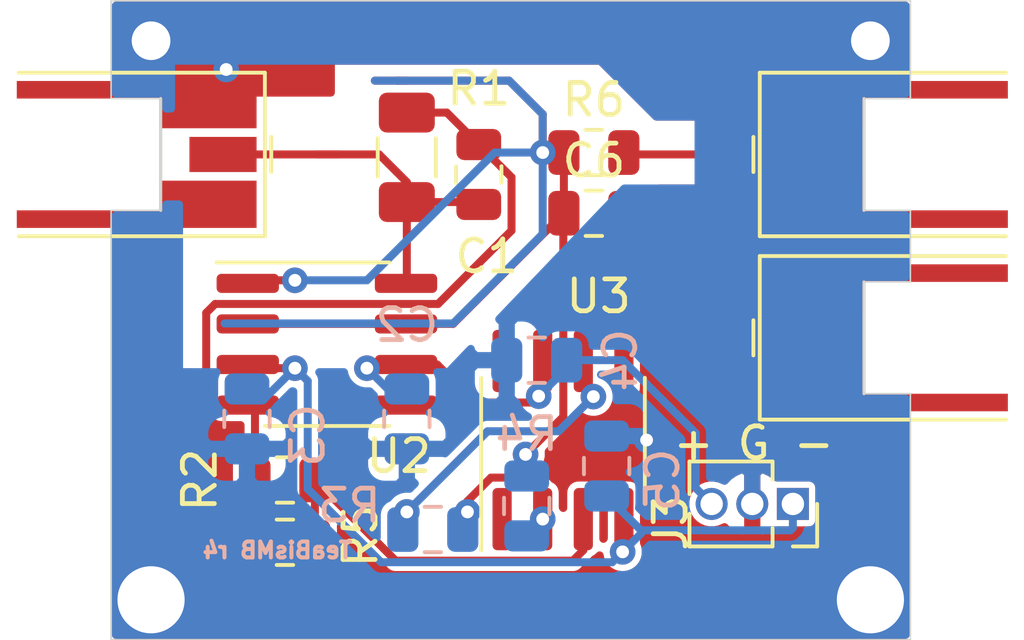
<source format=kicad_pcb>
(kicad_pcb (version 20171130) (host pcbnew "(5.1.6-0-10_14)")

  (general
    (thickness 1.6)
    (drawings 18)
    (tracks 149)
    (zones 0)
    (modules 18)
    (nets 14)
  )

  (page A4)
  (layers
    (0 F.Cu signal)
    (31 B.Cu signal)
    (32 B.Adhes user)
    (33 F.Adhes user)
    (34 B.Paste user)
    (35 F.Paste user)
    (36 B.SilkS user)
    (37 F.SilkS user)
    (38 B.Mask user)
    (39 F.Mask user)
    (40 Dwgs.User user)
    (41 Cmts.User user)
    (42 Eco1.User user)
    (43 Eco2.User user)
    (44 Edge.Cuts user)
    (45 Margin user)
    (46 B.CrtYd user)
    (47 F.CrtYd user)
    (48 B.Fab user hide)
    (49 F.Fab user hide)
  )

  (setup
    (last_trace_width 0.25)
    (trace_clearance 0.2)
    (zone_clearance 0.508)
    (zone_45_only no)
    (trace_min 0.2)
    (via_size 0.8)
    (via_drill 0.4)
    (via_min_size 0.4)
    (via_min_drill 0.3)
    (uvia_size 0.3)
    (uvia_drill 0.1)
    (uvias_allowed no)
    (uvia_min_size 0.2)
    (uvia_min_drill 0.1)
    (edge_width 0.05)
    (segment_width 0.2)
    (pcb_text_width 0.3)
    (pcb_text_size 1.5 1.5)
    (mod_edge_width 0.12)
    (mod_text_size 1 1)
    (mod_text_width 0.15)
    (pad_size 3 1.48)
    (pad_drill 0)
    (pad_to_mask_clearance 0.051)
    (solder_mask_min_width 0.25)
    (aux_axis_origin 0 0)
    (visible_elements FFFFFF7F)
    (pcbplotparams
      (layerselection 0x010fc_ffffffff)
      (usegerberextensions false)
      (usegerberattributes false)
      (usegerberadvancedattributes false)
      (creategerberjobfile false)
      (excludeedgelayer true)
      (linewidth 0.100000)
      (plotframeref false)
      (viasonmask false)
      (mode 1)
      (useauxorigin false)
      (hpglpennumber 1)
      (hpglpenspeed 20)
      (hpglpendiameter 15.000000)
      (psnegative false)
      (psa4output false)
      (plotreference true)
      (plotvalue true)
      (plotinvisibletext false)
      (padsonsilk false)
      (subtractmaskfromsilk false)
      (outputformat 1)
      (mirror false)
      (drillshape 0)
      (scaleselection 1)
      (outputdirectory "gerbers/"))
  )

  (net 0 "")
  (net 1 "Net-(C1-Pad2)")
  (net 2 "Net-(C1-Pad1)")
  (net 3 +5V)
  (net 4 -5V)
  (net 5 "Net-(J2-Pad1)")
  (net 6 "Net-(R2-Pad1)")
  (net 7 "Net-(R3-Pad2)")
  (net 8 "Net-(U3-Pad1)")
  (net 9 "Net-(U3-Pad5)")
  (net 10 "Net-(U3-Pad8)")
  (net 11 GND)
  (net 12 GUARD)
  (net 13 "Net-(J4-Pad1)")

  (net_class Default "This is the default net class."
    (clearance 0.2)
    (trace_width 0.25)
    (via_dia 0.8)
    (via_drill 0.4)
    (uvia_dia 0.3)
    (uvia_drill 0.1)
    (add_net +5V)
    (add_net -5V)
    (add_net GND)
    (add_net GUARD)
    (add_net "Net-(C1-Pad1)")
    (add_net "Net-(C1-Pad2)")
    (add_net "Net-(J2-Pad1)")
    (add_net "Net-(J4-Pad1)")
    (add_net "Net-(R2-Pad1)")
    (add_net "Net-(R3-Pad2)")
    (add_net "Net-(U3-Pad1)")
    (add_net "Net-(U3-Pad5)")
    (add_net "Net-(U3-Pad8)")
  )

  (module Connector_Coaxial:MMCX_Molex_73415-0961_Horizontal_1.0mm-PCB (layer F.Cu) (tedit 5F4FA124) (tstamp 5F4FA7FC)
    (at 152.8 130.56)
    (descr "Molex MMCX Horizontal Coaxial https://www.molex.com/pdm_docs/sd/734150961_sd.pdf")
    (tags "Molex MMCX Horizontal Coaxial")
    (path /5EF77AF4)
    (attr smd)
    (fp_text reference J1 (at -5.5 -1.31) (layer F.SilkS) hide
      (effects (font (size 1 1) (thickness 0.15)))
    )
    (fp_text value Conn_Coaxial (at 0 3.5) (layer F.Fab)
      (effects (font (size 1 1) (thickness 0.15)))
    )
    (fp_line (start -4.25 -2.8) (end 4.25 -2.8) (layer F.CrtYd) (width 0.05))
    (fp_line (start -4.25 2.8) (end 4.25 2.8) (layer F.CrtYd) (width 0.05))
    (fp_line (start 4.25 -2.8) (end 4.25 2.8) (layer F.CrtYd) (width 0.05))
    (fp_line (start -4.25 -2.8) (end -4.25 2.8) (layer F.CrtYd) (width 0.05))
    (fp_line (start 4.21 -0.55) (end 4.21 0.55) (layer F.SilkS) (width 0.12))
    (fp_line (start 3.68 -0.5) (end 3.68 -2.25) (layer F.Fab) (width 0.1))
    (fp_line (start -3.69 2.56) (end 4.01 2.56) (layer F.SilkS) (width 0.12))
    (fp_line (start 4.01 2.56) (end 4.01 -2.56) (layer F.SilkS) (width 0.12))
    (fp_line (start -3.69 -2.56) (end 4.01 -2.56) (layer F.SilkS) (width 0.12))
    (fp_line (start -3.75 1.75) (end -3.75 -1.75) (layer Dwgs.User) (width 0.1))
    (fp_line (start -3.75 2.25) (end 3.68 2.25) (layer F.Fab) (width 0.1))
    (fp_line (start 3.68 2.25) (end 3.68 0.5) (layer F.Fab) (width 0.1))
    (fp_line (start 3.18 0) (end 3.68 0.5) (layer F.Fab) (width 0.1))
    (fp_line (start -3.75 -2.25) (end -3.75 2.25) (layer F.Fab) (width 0.1))
    (fp_line (start -3.75 -2.25) (end 3.68 -2.25) (layer F.Fab) (width 0.1))
    (fp_line (start 3.18 0) (end 3.68 -0.5) (layer F.Fab) (width 0.1))
    (fp_line (start 0.75 1.75) (end 0.75 -1.75) (layer Edge.Cuts) (width 0.1))
    (fp_text user "PCB edge" (at -3.35 0 90) (layer Dwgs.User)
      (effects (font (size 0.4 0.4) (thickness 0.06)))
    )
    (fp_text user %R (at -1.55 0) (layer F.Fab)
      (effects (font (size 1 1) (thickness 0.15)))
    )
    (pad 2 smd custom (at 2.25 1.56) (size 3 1.48) (layers F.Cu F.Paste F.Mask)
      (net 11 GND) (zone_connect 2)
      (options (clearance outline) (anchor rect))
      (primitives
        (gr_poly (pts
           (xy -6 0.19) (xy -6 0.74) (xy -1.5 0.74) (xy -1.5 0.19)) (width 0))
      ))
    (pad 2 smd custom (at 2.25 -1.56) (size 3 1.48) (layers F.Cu F.Paste F.Mask)
      (net 11 GND) (zone_connect 2)
      (options (clearance outline) (anchor rect))
      (primitives
        (gr_poly (pts
           (xy -6 -0.74) (xy -6 -0.19) (xy -1.5 -0.19) (xy -1.5 -0.74)) (width 0))
      ))
    (pad 1 smd rect (at 2.7 0) (size 2.1 1.1) (layers F.Cu F.Paste F.Mask)
      (net 1 "Net-(C1-Pad2)"))
    (model ${KISYS3DMOD}/Connector_Coaxial.3dshapes/MMCX_Molex_73415-0961_Horizontal.wrl
      (at (xyz 0 0 0))
      (scale (xyz 1 1 1))
      (rotate (xyz 0 0 0))
    )
  )

  (module Connector_Coaxial:MMCX_Molex_73415-0961_Horizontal_1.0mm-PCB (layer F.Cu) (tedit 5F4FA037) (tstamp 5F4FA5A1)
    (at 176.3 130.56 180)
    (descr "Molex MMCX Horizontal Coaxial https://www.molex.com/pdm_docs/sd/734150961_sd.pdf")
    (tags "Molex MMCX Horizontal Coaxial")
    (path /5EFB71A9)
    (attr smd)
    (fp_text reference J4 (at -10 0.06) (layer F.SilkS) hide
      (effects (font (size 1 1) (thickness 0.15)))
    )
    (fp_text value Conn_Coaxial (at 0 3.5) (layer F.Fab)
      (effects (font (size 1 1) (thickness 0.15)))
    )
    (fp_line (start -4.25 -2.8) (end 4.25 -2.8) (layer F.CrtYd) (width 0.05))
    (fp_line (start -4.25 2.8) (end 4.25 2.8) (layer F.CrtYd) (width 0.05))
    (fp_line (start 4.25 -2.8) (end 4.25 2.8) (layer F.CrtYd) (width 0.05))
    (fp_line (start -4.25 -2.8) (end -4.25 2.8) (layer F.CrtYd) (width 0.05))
    (fp_line (start 4.21 -0.55) (end 4.21 0.55) (layer F.SilkS) (width 0.12))
    (fp_line (start 3.68 -0.5) (end 3.68 -2.25) (layer F.Fab) (width 0.1))
    (fp_line (start -3.69 2.56) (end 4.01 2.56) (layer F.SilkS) (width 0.12))
    (fp_line (start 4.01 2.56) (end 4.01 -2.56) (layer F.SilkS) (width 0.12))
    (fp_line (start -3.69 -2.56) (end 4.01 -2.56) (layer F.SilkS) (width 0.12))
    (fp_line (start -3.75 1.75) (end -3.75 -1.75) (layer Dwgs.User) (width 0.1))
    (fp_line (start -3.75 2.25) (end 3.68 2.25) (layer F.Fab) (width 0.1))
    (fp_line (start 3.68 2.25) (end 3.68 0.5) (layer F.Fab) (width 0.1))
    (fp_line (start 3.18 0) (end 3.68 0.5) (layer F.Fab) (width 0.1))
    (fp_line (start -3.75 -2.25) (end -3.75 2.25) (layer F.Fab) (width 0.1))
    (fp_line (start -3.75 -2.25) (end 3.68 -2.25) (layer F.Fab) (width 0.1))
    (fp_line (start 3.18 0) (end 3.68 -0.5) (layer F.Fab) (width 0.1))
    (fp_line (start 0.75 1.75) (end 0.75 -1.75) (layer Edge.Cuts) (width 0.1))
    (fp_text user "PCB edge" (at -3.35 0 90) (layer Dwgs.User)
      (effects (font (size 0.4 0.4) (thickness 0.06)))
    )
    (fp_text user %R (at -1.55 0) (layer F.Fab)
      (effects (font (size 1 1) (thickness 0.15)))
    )
    (pad 2 smd custom (at 2.25 1.56 180) (size 3 1.48) (layers F.Cu F.Paste F.Mask)
      (net 11 GND) (zone_connect 2)
      (options (clearance outline) (anchor rect))
      (primitives
        (gr_poly (pts
           (xy -6 0.19) (xy -6 0.74) (xy -1.5 0.74) (xy -1.5 0.19)) (width 0))
      ))
    (pad 2 smd custom (at 2.25 -1.56 180) (size 3 1.48) (layers F.Cu F.Paste F.Mask)
      (net 11 GND) (zone_connect 2)
      (options (clearance outline) (anchor rect))
      (primitives
        (gr_poly (pts
           (xy -6 -0.74) (xy -6 -0.19) (xy -1.5 -0.19) (xy -1.5 -0.74)) (width 0))
      ))
    (pad 1 smd rect (at 2.7 0 180) (size 2.1 1.1) (layers F.Cu F.Paste F.Mask)
      (net 13 "Net-(J4-Pad1)"))
    (model ${KISYS3DMOD}/Connector_Coaxial.3dshapes/MMCX_Molex_73415-0961_Horizontal.wrl
      (at (xyz 0 0 0))
      (scale (xyz 1 1 1))
      (rotate (xyz 0 0 0))
    )
  )

  (module Connector_Coaxial:MMCX_Molex_73415-0961_Horizontal_1.0mm-PCB (layer F.Cu) (tedit 5F4F9FE8) (tstamp 5EFB5709)
    (at 176.3 136.3 180)
    (descr "Molex MMCX Horizontal Coaxial https://www.molex.com/pdm_docs/sd/734150961_sd.pdf")
    (tags "Molex MMCX Horizontal Coaxial")
    (path /5EF75958)
    (attr smd)
    (fp_text reference J2 (at 0 -3.5 180) (layer F.SilkS) hide
      (effects (font (size 1 1) (thickness 0.15)))
    )
    (fp_text value Conn_Coaxial (at 0 3.5 180) (layer F.Fab)
      (effects (font (size 1 1) (thickness 0.15)))
    )
    (fp_line (start -4.25 -2.8) (end 4.25 -2.8) (layer F.CrtYd) (width 0.05))
    (fp_line (start -4.25 2.8) (end 4.25 2.8) (layer F.CrtYd) (width 0.05))
    (fp_line (start 4.25 -2.8) (end 4.25 2.8) (layer F.CrtYd) (width 0.05))
    (fp_line (start -4.25 -2.8) (end -4.25 2.8) (layer F.CrtYd) (width 0.05))
    (fp_line (start 4.21 -0.55) (end 4.21 0.55) (layer F.SilkS) (width 0.12))
    (fp_line (start 3.68 -0.5) (end 3.68 -2.25) (layer F.Fab) (width 0.1))
    (fp_line (start -3.69 2.56) (end 4.01 2.56) (layer F.SilkS) (width 0.12))
    (fp_line (start 4.01 2.56) (end 4.01 -2.56) (layer F.SilkS) (width 0.12))
    (fp_line (start -3.69 -2.56) (end 4.01 -2.56) (layer F.SilkS) (width 0.12))
    (fp_line (start -3.75 1.75) (end -3.75 -1.75) (layer Dwgs.User) (width 0.1))
    (fp_line (start -3.75 2.25) (end 3.68 2.25) (layer F.Fab) (width 0.1))
    (fp_line (start 3.68 2.25) (end 3.68 0.5) (layer F.Fab) (width 0.1))
    (fp_line (start 3.18 0) (end 3.68 0.5) (layer F.Fab) (width 0.1))
    (fp_line (start -3.75 -2.25) (end -3.75 2.25) (layer F.Fab) (width 0.1))
    (fp_line (start -3.75 -2.25) (end 3.68 -2.25) (layer F.Fab) (width 0.1))
    (fp_line (start 3.18 0) (end 3.68 -0.5) (layer F.Fab) (width 0.1))
    (fp_line (start 0.75 1.75) (end 0.75 -1.75) (layer Edge.Cuts) (width 0.1))
    (fp_text user "PCB edge" (at -3.35 0 270) (layer Dwgs.User)
      (effects (font (size 0.4 0.4) (thickness 0.06)))
    )
    (fp_text user %R (at -1.55 0 180) (layer F.Fab)
      (effects (font (size 1 1) (thickness 0.15)))
    )
    (pad 2 smd custom (at 2.25 1.56 180) (size 3 1.48) (layers F.Cu F.Paste F.Mask)
      (net 11 GND) (zone_connect 2)
      (options (clearance outline) (anchor rect))
      (primitives
        (gr_poly (pts
           (xy -6 0.19) (xy -6 0.74) (xy -1.5 0.74) (xy -1.5 0.19)) (width 0))
      ))
    (pad 2 smd custom (at 2.25 -1.56 180) (size 3 1.48) (layers F.Cu F.Paste F.Mask)
      (net 11 GND) (zone_connect 2)
      (options (clearance outline) (anchor rect))
      (primitives
        (gr_poly (pts
           (xy -6 -0.74) (xy -6 -0.19) (xy -1.5 -0.19) (xy -1.5 -0.74)) (width 0))
      ))
    (pad 1 smd rect (at 2.7 0 180) (size 2.1 1.1) (layers F.Cu F.Paste F.Mask)
      (net 5 "Net-(J2-Pad1)"))
    (model ${KISYS3DMOD}/Connector_Coaxial.3dshapes/MMCX_Molex_73415-0961_Horizontal.wrl
      (at (xyz 0 0 0))
      (scale (xyz 1 1 1))
      (rotate (xyz 0 0 0))
    )
  )

  (module Resistor_SMD:R_0805_2012Metric (layer F.Cu) (tedit 5B36C52B) (tstamp 5F282BA7)
    (at 167.1 130.5)
    (descr "Resistor SMD 0805 (2012 Metric), square (rectangular) end terminal, IPC_7351 nominal, (Body size source: https://docs.google.com/spreadsheets/d/1BsfQQcO9C6DZCsRaXUlFlo91Tg2WpOkGARC1WS5S8t0/edit?usp=sharing), generated with kicad-footprint-generator")
    (tags resistor)
    (path /5F28EE92)
    (attr smd)
    (fp_text reference R6 (at 0 -1.65) (layer F.SilkS)
      (effects (font (size 1 1) (thickness 0.15)))
    )
    (fp_text value 1K (at 0 1.65) (layer F.Fab)
      (effects (font (size 1 1) (thickness 0.15)))
    )
    (fp_line (start 1.68 0.95) (end -1.68 0.95) (layer F.CrtYd) (width 0.05))
    (fp_line (start 1.68 -0.95) (end 1.68 0.95) (layer F.CrtYd) (width 0.05))
    (fp_line (start -1.68 -0.95) (end 1.68 -0.95) (layer F.CrtYd) (width 0.05))
    (fp_line (start -1.68 0.95) (end -1.68 -0.95) (layer F.CrtYd) (width 0.05))
    (fp_line (start -0.258578 0.71) (end 0.258578 0.71) (layer F.SilkS) (width 0.12))
    (fp_line (start -0.258578 -0.71) (end 0.258578 -0.71) (layer F.SilkS) (width 0.12))
    (fp_line (start 1 0.6) (end -1 0.6) (layer F.Fab) (width 0.1))
    (fp_line (start 1 -0.6) (end 1 0.6) (layer F.Fab) (width 0.1))
    (fp_line (start -1 -0.6) (end 1 -0.6) (layer F.Fab) (width 0.1))
    (fp_line (start -1 0.6) (end -1 -0.6) (layer F.Fab) (width 0.1))
    (fp_text user %R (at 0 0) (layer F.Fab)
      (effects (font (size 0.5 0.5) (thickness 0.08)))
    )
    (pad 2 smd roundrect (at 0.9375 0) (size 0.975 1.4) (layers F.Cu F.Paste F.Mask) (roundrect_rratio 0.25)
      (net 13 "Net-(J4-Pad1)"))
    (pad 1 smd roundrect (at -0.9375 0) (size 0.975 1.4) (layers F.Cu F.Paste F.Mask) (roundrect_rratio 0.25)
      (net 12 GUARD))
    (model ${KISYS3DMOD}/Resistor_SMD.3dshapes/R_0805_2012Metric.wrl
      (at (xyz 0 0 0))
      (scale (xyz 1 1 1))
      (rotate (xyz 0 0 0))
    )
  )

  (module Capacitor_SMD:C_0805_2012Metric (layer F.Cu) (tedit 5B36C52B) (tstamp 5F282BD7)
    (at 167.1 132.4)
    (descr "Capacitor SMD 0805 (2012 Metric), square (rectangular) end terminal, IPC_7351 nominal, (Body size source: https://docs.google.com/spreadsheets/d/1BsfQQcO9C6DZCsRaXUlFlo91Tg2WpOkGARC1WS5S8t0/edit?usp=sharing), generated with kicad-footprint-generator")
    (tags capacitor)
    (path /5F28FF65)
    (attr smd)
    (fp_text reference C6 (at 0 -1.65) (layer F.SilkS)
      (effects (font (size 1 1) (thickness 0.15)))
    )
    (fp_text value 100nF (at 0 1.65) (layer F.Fab)
      (effects (font (size 1 1) (thickness 0.15)))
    )
    (fp_line (start 1.68 0.95) (end -1.68 0.95) (layer F.CrtYd) (width 0.05))
    (fp_line (start 1.68 -0.95) (end 1.68 0.95) (layer F.CrtYd) (width 0.05))
    (fp_line (start -1.68 -0.95) (end 1.68 -0.95) (layer F.CrtYd) (width 0.05))
    (fp_line (start -1.68 0.95) (end -1.68 -0.95) (layer F.CrtYd) (width 0.05))
    (fp_line (start -0.258578 0.71) (end 0.258578 0.71) (layer F.SilkS) (width 0.12))
    (fp_line (start -0.258578 -0.71) (end 0.258578 -0.71) (layer F.SilkS) (width 0.12))
    (fp_line (start 1 0.6) (end -1 0.6) (layer F.Fab) (width 0.1))
    (fp_line (start 1 -0.6) (end 1 0.6) (layer F.Fab) (width 0.1))
    (fp_line (start -1 -0.6) (end 1 -0.6) (layer F.Fab) (width 0.1))
    (fp_line (start -1 0.6) (end -1 -0.6) (layer F.Fab) (width 0.1))
    (fp_text user %R (at 0 0) (layer F.Fab)
      (effects (font (size 0.5 0.5) (thickness 0.08)))
    )
    (pad 2 smd roundrect (at 0.9375 0) (size 0.975 1.4) (layers F.Cu F.Paste F.Mask) (roundrect_rratio 0.25)
      (net 11 GND))
    (pad 1 smd roundrect (at -0.9375 0) (size 0.975 1.4) (layers F.Cu F.Paste F.Mask) (roundrect_rratio 0.25)
      (net 12 GUARD))
    (model ${KISYS3DMOD}/Capacitor_SMD.3dshapes/C_0805_2012Metric.wrl
      (at (xyz 0 0 0))
      (scale (xyz 1 1 1))
      (rotate (xyz 0 0 0))
    )
  )

  (module Resistor_SMD:R_0805_2012Metric (layer F.Cu) (tedit 5B36C52B) (tstamp 5F281C74)
    (at 157.4375 142.7 180)
    (descr "Resistor SMD 0805 (2012 Metric), square (rectangular) end terminal, IPC_7351 nominal, (Body size source: https://docs.google.com/spreadsheets/d/1BsfQQcO9C6DZCsRaXUlFlo91Tg2WpOkGARC1WS5S8t0/edit?usp=sharing), generated with kicad-footprint-generator")
    (tags resistor)
    (path /5F28453F)
    (attr smd)
    (fp_text reference R5 (at -2.3625 0.2 90) (layer F.SilkS)
      (effects (font (size 1 1) (thickness 0.15)))
    )
    (fp_text value 1K (at 0 1.65) (layer F.Fab)
      (effects (font (size 1 1) (thickness 0.15)))
    )
    (fp_line (start 1.68 0.95) (end -1.68 0.95) (layer F.CrtYd) (width 0.05))
    (fp_line (start 1.68 -0.95) (end 1.68 0.95) (layer F.CrtYd) (width 0.05))
    (fp_line (start -1.68 -0.95) (end 1.68 -0.95) (layer F.CrtYd) (width 0.05))
    (fp_line (start -1.68 0.95) (end -1.68 -0.95) (layer F.CrtYd) (width 0.05))
    (fp_line (start -0.258578 0.71) (end 0.258578 0.71) (layer F.SilkS) (width 0.12))
    (fp_line (start -0.258578 -0.71) (end 0.258578 -0.71) (layer F.SilkS) (width 0.12))
    (fp_line (start 1 0.6) (end -1 0.6) (layer F.Fab) (width 0.1))
    (fp_line (start 1 -0.6) (end 1 0.6) (layer F.Fab) (width 0.1))
    (fp_line (start -1 -0.6) (end 1 -0.6) (layer F.Fab) (width 0.1))
    (fp_line (start -1 0.6) (end -1 -0.6) (layer F.Fab) (width 0.1))
    (fp_text user %R (at 0 0) (layer F.Fab)
      (effects (font (size 0.5 0.5) (thickness 0.08)))
    )
    (pad 2 smd roundrect (at 0.9375 0 180) (size 0.975 1.4) (layers F.Cu F.Paste F.Mask) (roundrect_rratio 0.25)
      (net 11 GND))
    (pad 1 smd roundrect (at -0.9375 0 180) (size 0.975 1.4) (layers F.Cu F.Paste F.Mask) (roundrect_rratio 0.25)
      (net 6 "Net-(R2-Pad1)"))
    (model ${KISYS3DMOD}/Resistor_SMD.3dshapes/R_0805_2012Metric.wrl
      (at (xyz 0 0 0))
      (scale (xyz 1 1 1))
      (rotate (xyz 0 0 0))
    )
  )

  (module Connector_PinSocket_1.27mm:PinSocket_1x03_P1.27mm_Vertical (layer F.Cu) (tedit 5A19A41D) (tstamp 5EF3C9BB)
    (at 173.325 141.5 270)
    (descr "Through hole straight socket strip, 1x03, 1.27mm pitch, single row (from Kicad 4.0.7), script generated")
    (tags "Through hole socket strip THT 1x03 1.27mm single row")
    (path /5EF6AE6A)
    (fp_text reference J3 (at 0.6 3.825 270) (layer F.SilkS)
      (effects (font (size 1 1) (thickness 0.15)))
    )
    (fp_text value Conn_01x03_Male (at -19.685 5.969 90) (layer F.Fab) hide
      (effects (font (size 1 1) (thickness 0.15)))
    )
    (fp_line (start -1.8 3.7) (end -1.8 -1.15) (layer F.CrtYd) (width 0.05))
    (fp_line (start 1.75 3.7) (end -1.8 3.7) (layer F.CrtYd) (width 0.05))
    (fp_line (start 1.75 -1.15) (end 1.75 3.7) (layer F.CrtYd) (width 0.05))
    (fp_line (start -1.8 -1.15) (end 1.75 -1.15) (layer F.CrtYd) (width 0.05))
    (fp_line (start 0 -0.76) (end 1.33 -0.76) (layer F.SilkS) (width 0.12))
    (fp_line (start 1.33 -0.76) (end 1.33 0) (layer F.SilkS) (width 0.12))
    (fp_line (start 1.33 0.635) (end 1.33 3.235) (layer F.SilkS) (width 0.12))
    (fp_line (start 0.30753 3.235) (end 1.33 3.235) (layer F.SilkS) (width 0.12))
    (fp_line (start -1.33 3.235) (end -0.30753 3.235) (layer F.SilkS) (width 0.12))
    (fp_line (start -1.33 0.635) (end -1.33 3.235) (layer F.SilkS) (width 0.12))
    (fp_line (start 0.76 0.635) (end 1.33 0.635) (layer F.SilkS) (width 0.12))
    (fp_line (start -1.33 0.635) (end -0.76 0.635) (layer F.SilkS) (width 0.12))
    (fp_line (start -1.27 3.175) (end -1.27 -0.635) (layer F.Fab) (width 0.1))
    (fp_line (start 1.27 3.175) (end -1.27 3.175) (layer F.Fab) (width 0.1))
    (fp_line (start 1.27 0) (end 1.27 3.175) (layer F.Fab) (width 0.1))
    (fp_line (start 0.635 -0.635) (end 1.27 0) (layer F.Fab) (width 0.1))
    (fp_line (start -1.27 -0.635) (end 0.635 -0.635) (layer F.Fab) (width 0.1))
    (fp_text user %R (at -9.525 7.747 90) (layer F.Fab)
      (effects (font (size 1 1) (thickness 0.15)))
    )
    (pad 3 thru_hole oval (at 0 2.54 270) (size 1 1) (drill 0.7) (layers *.Cu *.Mask)
      (net 3 +5V))
    (pad 2 thru_hole oval (at 0 1.27 270) (size 1 1) (drill 0.7) (layers *.Cu *.Mask)
      (net 11 GND))
    (pad 1 thru_hole rect (at 0 0 270) (size 1 1) (drill 0.7) (layers *.Cu *.Mask)
      (net 4 -5V))
    (model ${KISYS3DMOD}/Connector_PinSocket_1.27mm.3dshapes/PinSocket_1x03_P1.27mm_Vertical.wrl
      (at (xyz 0 0 0))
      (scale (xyz 1 1 1))
      (rotate (xyz 0 0 0))
    )
  )

  (module Package_SO:SOIC-8_3.9x4.9mm_P1.27mm (layer F.Cu) (tedit 5D9F72B1) (tstamp 5EF3B53F)
    (at 166.135 139.5 90)
    (descr "SOIC, 8 Pin (JEDEC MS-012AA, https://www.analog.com/media/en/package-pcb-resources/package/pkg_pdf/soic_narrow-r/r_8.pdf), generated with kicad-footprint-generator ipc_gullwing_generator.py")
    (tags "SOIC SO")
    (path /5EF1D654)
    (attr smd)
    (fp_text reference U3 (at 4.5 1.115 180) (layer F.SilkS)
      (effects (font (size 1 1) (thickness 0.15)))
    )
    (fp_text value OP07 (at -1.205 11.684 90) (layer F.Fab) hide
      (effects (font (size 1 1) (thickness 0.15)))
    )
    (fp_line (start 0 2.56) (end 1.95 2.56) (layer F.SilkS) (width 0.12))
    (fp_line (start 0 2.56) (end -1.95 2.56) (layer F.SilkS) (width 0.12))
    (fp_line (start 0 -2.56) (end 1.95 -2.56) (layer F.SilkS) (width 0.12))
    (fp_line (start 0 -2.56) (end -3.45 -2.56) (layer F.SilkS) (width 0.12))
    (fp_line (start -0.975 -2.45) (end 1.95 -2.45) (layer F.Fab) (width 0.1))
    (fp_line (start 1.95 -2.45) (end 1.95 2.45) (layer F.Fab) (width 0.1))
    (fp_line (start 1.95 2.45) (end -1.95 2.45) (layer F.Fab) (width 0.1))
    (fp_line (start -1.95 2.45) (end -1.95 -1.475) (layer F.Fab) (width 0.1))
    (fp_line (start -1.95 -1.475) (end -0.975 -2.45) (layer F.Fab) (width 0.1))
    (fp_line (start -3.7 -2.7) (end -3.7 2.7) (layer F.CrtYd) (width 0.05))
    (fp_line (start -3.7 2.7) (end 3.7 2.7) (layer F.CrtYd) (width 0.05))
    (fp_line (start 3.7 2.7) (end 3.7 -2.7) (layer F.CrtYd) (width 0.05))
    (fp_line (start 3.7 -2.7) (end -3.7 -2.7) (layer F.CrtYd) (width 0.05))
    (fp_text user %R (at -2.602 -3.556 90) (layer F.Fab)
      (effects (font (size 0.98 0.98) (thickness 0.15)))
    )
    (pad 1 smd roundrect (at -2.475 -1.905 90) (size 1.95 0.6) (layers F.Cu F.Paste F.Mask) (roundrect_rratio 0.25)
      (net 8 "Net-(U3-Pad1)"))
    (pad 2 smd roundrect (at -2.475 -0.635 90) (size 1.95 0.6) (layers F.Cu F.Paste F.Mask) (roundrect_rratio 0.25)
      (net 7 "Net-(R3-Pad2)"))
    (pad 3 smd roundrect (at -2.475 0.635 90) (size 1.95 0.6) (layers F.Cu F.Paste F.Mask) (roundrect_rratio 0.25)
      (net 6 "Net-(R2-Pad1)"))
    (pad 4 smd roundrect (at -2.475 1.905 90) (size 1.95 0.6) (layers F.Cu F.Paste F.Mask) (roundrect_rratio 0.25)
      (net 4 -5V))
    (pad 5 smd roundrect (at 2.475 1.905 90) (size 1.95 0.6) (layers F.Cu F.Paste F.Mask) (roundrect_rratio 0.25)
      (net 9 "Net-(U3-Pad5)"))
    (pad 6 smd roundrect (at 2.475 0.635 90) (size 1.95 0.6) (layers F.Cu F.Paste F.Mask) (roundrect_rratio 0.25)
      (net 5 "Net-(J2-Pad1)"))
    (pad 7 smd roundrect (at 2.475 -0.635 90) (size 1.95 0.6) (layers F.Cu F.Paste F.Mask) (roundrect_rratio 0.25)
      (net 3 +5V))
    (pad 8 smd roundrect (at 2.475 -1.905 90) (size 1.95 0.6) (layers F.Cu F.Paste F.Mask) (roundrect_rratio 0.25)
      (net 10 "Net-(U3-Pad8)"))
    (model ${KISYS3DMOD}/Package_SO.3dshapes/SOIC-8_3.9x4.9mm_P1.27mm.wrl
      (at (xyz 0 0 0))
      (scale (xyz 1 1 1))
      (rotate (xyz 0 0 0))
    )
  )

  (module Capacitor_SMD:C_0805_2012Metric (layer B.Cu) (tedit 5B36C52B) (tstamp 5EF3D0F8)
    (at 161.25 138.8375 270)
    (descr "Capacitor SMD 0805 (2012 Metric), square (rectangular) end terminal, IPC_7351 nominal, (Body size source: https://docs.google.com/spreadsheets/d/1BsfQQcO9C6DZCsRaXUlFlo91Tg2WpOkGARC1WS5S8t0/edit?usp=sharing), generated with kicad-footprint-generator")
    (tags capacitor)
    (path /5EF19372)
    (attr smd)
    (fp_text reference C2 (at -2.9375 0) (layer B.SilkS)
      (effects (font (size 1 1) (thickness 0.15)) (justify mirror))
    )
    (fp_text value 1uF (at 3.1265 0 90) (layer B.Fab)
      (effects (font (size 1 1) (thickness 0.15)) (justify mirror))
    )
    (fp_line (start 1.68 -0.95) (end -1.68 -0.95) (layer B.CrtYd) (width 0.05))
    (fp_line (start 1.68 0.95) (end 1.68 -0.95) (layer B.CrtYd) (width 0.05))
    (fp_line (start -1.68 0.95) (end 1.68 0.95) (layer B.CrtYd) (width 0.05))
    (fp_line (start -1.68 -0.95) (end -1.68 0.95) (layer B.CrtYd) (width 0.05))
    (fp_line (start -0.258578 -0.71) (end 0.258578 -0.71) (layer B.SilkS) (width 0.12))
    (fp_line (start -0.258578 0.71) (end 0.258578 0.71) (layer B.SilkS) (width 0.12))
    (fp_line (start 1 -0.6) (end -1 -0.6) (layer B.Fab) (width 0.1))
    (fp_line (start 1 0.6) (end 1 -0.6) (layer B.Fab) (width 0.1))
    (fp_line (start -1 0.6) (end 1 0.6) (layer B.Fab) (width 0.1))
    (fp_line (start -1 -0.6) (end -1 0.6) (layer B.Fab) (width 0.1))
    (fp_text user %R (at 0 0 90) (layer B.Fab)
      (effects (font (size 0.5 0.5) (thickness 0.08)) (justify mirror))
    )
    (pad 2 smd roundrect (at 0.9375 0 270) (size 0.975 1.4) (layers B.Cu B.Paste B.Mask) (roundrect_rratio 0.25)
      (net 11 GND))
    (pad 1 smd roundrect (at -0.9375 0 270) (size 0.975 1.4) (layers B.Cu B.Paste B.Mask) (roundrect_rratio 0.25)
      (net 3 +5V))
    (model ${KISYS3DMOD}/Capacitor_SMD.3dshapes/C_0805_2012Metric.wrl
      (at (xyz 0 0 0))
      (scale (xyz 1 1 1))
      (rotate (xyz 0 0 0))
    )
  )

  (module Package_SO:SOIC-8_3.9x4.9mm_P1.27mm (layer F.Cu) (tedit 5D9F72B1) (tstamp 5EF3AD4F)
    (at 158.75 136.5)
    (descr "SOIC, 8 Pin (JEDEC MS-012AA, https://www.analog.com/media/en/package-pcb-resources/package/pkg_pdf/soic_narrow-r/r_8.pdf), generated with kicad-footprint-generator ipc_gullwing_generator.py")
    (tags "SOIC SO")
    (path /5EF0FCB2)
    (attr smd)
    (fp_text reference U2 (at 2.25 3.5) (layer F.SilkS)
      (effects (font (size 1 1) (thickness 0.15)))
    )
    (fp_text value LMP7721 (at -5.78 -4.572 270) (layer F.Fab)
      (effects (font (size 1 1) (thickness 0.15)))
    )
    (fp_line (start 3.7 -2.7) (end -3.7 -2.7) (layer F.CrtYd) (width 0.05))
    (fp_line (start 3.7 2.7) (end 3.7 -2.7) (layer F.CrtYd) (width 0.05))
    (fp_line (start -3.7 2.7) (end 3.7 2.7) (layer F.CrtYd) (width 0.05))
    (fp_line (start -3.7 -2.7) (end -3.7 2.7) (layer F.CrtYd) (width 0.05))
    (fp_line (start -1.95 -1.475) (end -0.975 -2.45) (layer F.Fab) (width 0.1))
    (fp_line (start -1.95 2.45) (end -1.95 -1.475) (layer F.Fab) (width 0.1))
    (fp_line (start 1.95 2.45) (end -1.95 2.45) (layer F.Fab) (width 0.1))
    (fp_line (start 1.95 -2.45) (end 1.95 2.45) (layer F.Fab) (width 0.1))
    (fp_line (start -0.975 -2.45) (end 1.95 -2.45) (layer F.Fab) (width 0.1))
    (fp_line (start 0 -2.56) (end -3.45 -2.56) (layer F.SilkS) (width 0.12))
    (fp_line (start 0 -2.56) (end 1.95 -2.56) (layer F.SilkS) (width 0.12))
    (fp_line (start 0 2.56) (end -1.95 2.56) (layer F.SilkS) (width 0.12))
    (fp_line (start 0 2.56) (end 1.95 2.56) (layer F.SilkS) (width 0.12))
    (fp_text user %R (at 4.253 3.683 270) (layer F.Fab)
      (effects (font (size 0.98 0.98) (thickness 0.15)))
    )
    (pad 8 smd roundrect (at 2.475 -1.905) (size 1.95 0.6) (layers F.Cu F.Paste F.Mask) (roundrect_rratio 0.25)
      (net 1 "Net-(C1-Pad2)"))
    (pad 7 smd roundrect (at 2.475 -0.635) (size 1.95 0.6) (layers F.Cu F.Paste F.Mask) (roundrect_rratio 0.25)
      (net 12 GUARD))
    (pad 6 smd roundrect (at 2.475 0.635) (size 1.95 0.6) (layers F.Cu F.Paste F.Mask) (roundrect_rratio 0.25)
      (net 3 +5V))
    (pad 5 smd roundrect (at 2.475 1.905) (size 1.95 0.6) (layers F.Cu F.Paste F.Mask) (roundrect_rratio 0.25))
    (pad 4 smd roundrect (at -2.475 1.905) (size 1.95 0.6) (layers F.Cu F.Paste F.Mask) (roundrect_rratio 0.25)
      (net 2 "Net-(C1-Pad1)"))
    (pad 3 smd roundrect (at -2.475 0.635) (size 1.95 0.6) (layers F.Cu F.Paste F.Mask) (roundrect_rratio 0.25)
      (net 4 -5V))
    (pad 2 smd roundrect (at -2.475 -0.635) (size 1.95 0.6) (layers F.Cu F.Paste F.Mask) (roundrect_rratio 0.25)
      (net 12 GUARD))
    (pad 1 smd roundrect (at -2.475 -1.905) (size 1.95 0.6) (layers F.Cu F.Paste F.Mask) (roundrect_rratio 0.25)
      (net 12 GUARD))
    (model ${KISYS3DMOD}/Package_SO.3dshapes/SOIC-8_3.9x4.9mm_P1.27mm.wrl
      (at (xyz 0 0 0))
      (scale (xyz 1 1 1))
      (rotate (xyz 0 0 0))
    )
  )

  (module Resistor_SMD:R_0805_2012Metric (layer B.Cu) (tedit 5B36C52B) (tstamp 5F2821E0)
    (at 162.0625 142.3)
    (descr "Resistor SMD 0805 (2012 Metric), square (rectangular) end terminal, IPC_7351 nominal, (Body size source: https://docs.google.com/spreadsheets/d/1BsfQQcO9C6DZCsRaXUlFlo91Tg2WpOkGARC1WS5S8t0/edit?usp=sharing), generated with kicad-footprint-generator")
    (tags resistor)
    (path /5EF3A524)
    (attr smd)
    (fp_text reference R3 (at -2.6125 -0.75) (layer B.SilkS)
      (effects (font (size 1 1) (thickness 0.15)) (justify mirror))
    )
    (fp_text value 1K (at 6.1445 1.016) (layer B.Fab) hide
      (effects (font (size 1 1) (thickness 0.15)) (justify mirror))
    )
    (fp_line (start -1 -0.6) (end -1 0.6) (layer B.Fab) (width 0.1))
    (fp_line (start -1 0.6) (end 1 0.6) (layer B.Fab) (width 0.1))
    (fp_line (start 1 0.6) (end 1 -0.6) (layer B.Fab) (width 0.1))
    (fp_line (start 1 -0.6) (end -1 -0.6) (layer B.Fab) (width 0.1))
    (fp_line (start -0.258578 0.71) (end 0.258578 0.71) (layer B.SilkS) (width 0.12))
    (fp_line (start -0.258578 -0.71) (end 0.258578 -0.71) (layer B.SilkS) (width 0.12))
    (fp_line (start -1.68 -0.95) (end -1.68 0.95) (layer B.CrtYd) (width 0.05))
    (fp_line (start -1.68 0.95) (end 1.68 0.95) (layer B.CrtYd) (width 0.05))
    (fp_line (start 1.68 0.95) (end 1.68 -0.95) (layer B.CrtYd) (width 0.05))
    (fp_line (start 1.68 -0.95) (end -1.68 -0.95) (layer B.CrtYd) (width 0.05))
    (fp_text user %R (at 0 0) (layer B.Fab)
      (effects (font (size 0.5 0.5) (thickness 0.08)) (justify mirror))
    )
    (pad 1 smd roundrect (at -0.9375 0) (size 0.975 1.4) (layers B.Cu B.Paste B.Mask) (roundrect_rratio 0.25)
      (net 5 "Net-(J2-Pad1)"))
    (pad 2 smd roundrect (at 0.9375 0) (size 0.975 1.4) (layers B.Cu B.Paste B.Mask) (roundrect_rratio 0.25)
      (net 7 "Net-(R3-Pad2)"))
    (model ${KISYS3DMOD}/Resistor_SMD.3dshapes/R_0805_2012Metric.wrl
      (at (xyz 0 0 0))
      (scale (xyz 1 1 1))
      (rotate (xyz 0 0 0))
    )
  )

  (module Capacitor_SMD:C_0805_2012Metric (layer F.Cu) (tedit 5B36C52B) (tstamp 5EF37BE0)
    (at 163.5 131.1875 270)
    (descr "Capacitor SMD 0805 (2012 Metric), square (rectangular) end terminal, IPC_7351 nominal, (Body size source: https://docs.google.com/spreadsheets/d/1BsfQQcO9C6DZCsRaXUlFlo91Tg2WpOkGARC1WS5S8t0/edit?usp=sharing), generated with kicad-footprint-generator")
    (tags capacitor)
    (path /5EF10B8C)
    (attr smd)
    (fp_text reference C1 (at 2.5625 -0.25 180) (layer F.SilkS)
      (effects (font (size 1 1) (thickness 0.15)))
    )
    (fp_text value 2pF (at -2.4615 0 180) (layer F.Fab)
      (effects (font (size 1 1) (thickness 0.15)))
    )
    (fp_line (start 1.68 0.95) (end -1.68 0.95) (layer F.CrtYd) (width 0.05))
    (fp_line (start 1.68 -0.95) (end 1.68 0.95) (layer F.CrtYd) (width 0.05))
    (fp_line (start -1.68 -0.95) (end 1.68 -0.95) (layer F.CrtYd) (width 0.05))
    (fp_line (start -1.68 0.95) (end -1.68 -0.95) (layer F.CrtYd) (width 0.05))
    (fp_line (start -0.258578 0.71) (end 0.258578 0.71) (layer F.SilkS) (width 0.12))
    (fp_line (start -0.258578 -0.71) (end 0.258578 -0.71) (layer F.SilkS) (width 0.12))
    (fp_line (start 1 0.6) (end -1 0.6) (layer F.Fab) (width 0.1))
    (fp_line (start 1 -0.6) (end 1 0.6) (layer F.Fab) (width 0.1))
    (fp_line (start -1 -0.6) (end 1 -0.6) (layer F.Fab) (width 0.1))
    (fp_line (start -1 0.6) (end -1 -0.6) (layer F.Fab) (width 0.1))
    (fp_text user %R (at 0 0 90) (layer F.Fab)
      (effects (font (size 0.5 0.5) (thickness 0.08)))
    )
    (pad 2 smd roundrect (at 0.9375 0 270) (size 0.975 1.4) (layers F.Cu F.Paste F.Mask) (roundrect_rratio 0.25)
      (net 1 "Net-(C1-Pad2)"))
    (pad 1 smd roundrect (at -0.9375 0 270) (size 0.975 1.4) (layers F.Cu F.Paste F.Mask) (roundrect_rratio 0.25)
      (net 2 "Net-(C1-Pad1)"))
    (model ${KISYS3DMOD}/Capacitor_SMD.3dshapes/C_0805_2012Metric.wrl
      (at (xyz 0 0 0))
      (scale (xyz 1 1 1))
      (rotate (xyz 0 0 0))
    )
  )

  (module Capacitor_SMD:C_0805_2012Metric (layer B.Cu) (tedit 5B36C52B) (tstamp 5EF3AE14)
    (at 156.25 138.8375 270)
    (descr "Capacitor SMD 0805 (2012 Metric), square (rectangular) end terminal, IPC_7351 nominal, (Body size source: https://docs.google.com/spreadsheets/d/1BsfQQcO9C6DZCsRaXUlFlo91Tg2WpOkGARC1WS5S8t0/edit?usp=sharing), generated with kicad-footprint-generator")
    (tags capacitor)
    (path /5EF19A26)
    (attr smd)
    (fp_text reference C3 (at 0.5125 -1.9 90) (layer B.SilkS)
      (effects (font (size 1 1) (thickness 0.15)) (justify mirror))
    )
    (fp_text value 1uF (at 0 -1.65 270) (layer B.Fab)
      (effects (font (size 1 1) (thickness 0.15)) (justify mirror))
    )
    (fp_line (start -1 -0.6) (end -1 0.6) (layer B.Fab) (width 0.1))
    (fp_line (start -1 0.6) (end 1 0.6) (layer B.Fab) (width 0.1))
    (fp_line (start 1 0.6) (end 1 -0.6) (layer B.Fab) (width 0.1))
    (fp_line (start 1 -0.6) (end -1 -0.6) (layer B.Fab) (width 0.1))
    (fp_line (start -0.258578 0.71) (end 0.258578 0.71) (layer B.SilkS) (width 0.12))
    (fp_line (start -0.258578 -0.71) (end 0.258578 -0.71) (layer B.SilkS) (width 0.12))
    (fp_line (start -1.68 -0.95) (end -1.68 0.95) (layer B.CrtYd) (width 0.05))
    (fp_line (start -1.68 0.95) (end 1.68 0.95) (layer B.CrtYd) (width 0.05))
    (fp_line (start 1.68 0.95) (end 1.68 -0.95) (layer B.CrtYd) (width 0.05))
    (fp_line (start 1.68 -0.95) (end -1.68 -0.95) (layer B.CrtYd) (width 0.05))
    (fp_text user %R (at 0 0 270) (layer B.Fab)
      (effects (font (size 0.5 0.5) (thickness 0.08)) (justify mirror))
    )
    (pad 1 smd roundrect (at -0.9375 0 270) (size 0.975 1.4) (layers B.Cu B.Paste B.Mask) (roundrect_rratio 0.25)
      (net 4 -5V))
    (pad 2 smd roundrect (at 0.9375 0 270) (size 0.975 1.4) (layers B.Cu B.Paste B.Mask) (roundrect_rratio 0.25)
      (net 11 GND))
    (model ${KISYS3DMOD}/Capacitor_SMD.3dshapes/C_0805_2012Metric.wrl
      (at (xyz 0 0 0))
      (scale (xyz 1 1 1))
      (rotate (xyz 0 0 0))
    )
  )

  (module Capacitor_SMD:C_0805_2012Metric (layer B.Cu) (tedit 5B36C52B) (tstamp 5EF3CC83)
    (at 165.3125 137 180)
    (descr "Capacitor SMD 0805 (2012 Metric), square (rectangular) end terminal, IPC_7351 nominal, (Body size source: https://docs.google.com/spreadsheets/d/1BsfQQcO9C6DZCsRaXUlFlo91Tg2WpOkGARC1WS5S8t0/edit?usp=sharing), generated with kicad-footprint-generator")
    (tags capacitor)
    (path /5EF23825)
    (attr smd)
    (fp_text reference C4 (at -2.6125 0 270) (layer B.SilkS)
      (effects (font (size 1 1) (thickness 0.15)) (justify mirror))
    )
    (fp_text value 10nF (at 2.4915 2.921 270) (layer B.Fab)
      (effects (font (size 1 1) (thickness 0.15)) (justify mirror))
    )
    (fp_line (start 1.68 -0.95) (end -1.68 -0.95) (layer B.CrtYd) (width 0.05))
    (fp_line (start 1.68 0.95) (end 1.68 -0.95) (layer B.CrtYd) (width 0.05))
    (fp_line (start -1.68 0.95) (end 1.68 0.95) (layer B.CrtYd) (width 0.05))
    (fp_line (start -1.68 -0.95) (end -1.68 0.95) (layer B.CrtYd) (width 0.05))
    (fp_line (start -0.258578 -0.71) (end 0.258578 -0.71) (layer B.SilkS) (width 0.12))
    (fp_line (start -0.258578 0.71) (end 0.258578 0.71) (layer B.SilkS) (width 0.12))
    (fp_line (start 1 -0.6) (end -1 -0.6) (layer B.Fab) (width 0.1))
    (fp_line (start 1 0.6) (end 1 -0.6) (layer B.Fab) (width 0.1))
    (fp_line (start -1 0.6) (end 1 0.6) (layer B.Fab) (width 0.1))
    (fp_line (start -1 -0.6) (end -1 0.6) (layer B.Fab) (width 0.1))
    (fp_text user %R (at 0 0 180) (layer B.Fab)
      (effects (font (size 0.5 0.5) (thickness 0.08)) (justify mirror))
    )
    (pad 2 smd roundrect (at 0.9375 0 180) (size 0.975 1.4) (layers B.Cu B.Paste B.Mask) (roundrect_rratio 0.25)
      (net 11 GND))
    (pad 1 smd roundrect (at -0.9375 0 180) (size 0.975 1.4) (layers B.Cu B.Paste B.Mask) (roundrect_rratio 0.25)
      (net 3 +5V))
    (model ${KISYS3DMOD}/Capacitor_SMD.3dshapes/C_0805_2012Metric.wrl
      (at (xyz 0 0 0))
      (scale (xyz 1 1 1))
      (rotate (xyz 0 0 0))
    )
  )

  (module Capacitor_SMD:C_0805_2012Metric (layer B.Cu) (tedit 5B36C52B) (tstamp 5EFB423A)
    (at 167.5 140.3125 90)
    (descr "Capacitor SMD 0805 (2012 Metric), square (rectangular) end terminal, IPC_7351 nominal, (Body size source: https://docs.google.com/spreadsheets/d/1BsfQQcO9C6DZCsRaXUlFlo91Tg2WpOkGARC1WS5S8t0/edit?usp=sharing), generated with kicad-footprint-generator")
    (tags capacitor)
    (path /5EF2382F)
    (attr smd)
    (fp_text reference C5 (at -0.4375 1.75 270) (layer B.SilkS)
      (effects (font (size 1 1) (thickness 0.15)) (justify mirror))
    )
    (fp_text value 10nF (at -0.0785 -2.667 180) (layer B.Fab)
      (effects (font (size 1 1) (thickness 0.15)) (justify mirror))
    )
    (fp_line (start -1 -0.6) (end -1 0.6) (layer B.Fab) (width 0.1))
    (fp_line (start -1 0.6) (end 1 0.6) (layer B.Fab) (width 0.1))
    (fp_line (start 1 0.6) (end 1 -0.6) (layer B.Fab) (width 0.1))
    (fp_line (start 1 -0.6) (end -1 -0.6) (layer B.Fab) (width 0.1))
    (fp_line (start -0.258578 0.71) (end 0.258578 0.71) (layer B.SilkS) (width 0.12))
    (fp_line (start -0.258578 -0.71) (end 0.258578 -0.71) (layer B.SilkS) (width 0.12))
    (fp_line (start -1.68 -0.95) (end -1.68 0.95) (layer B.CrtYd) (width 0.05))
    (fp_line (start -1.68 0.95) (end 1.68 0.95) (layer B.CrtYd) (width 0.05))
    (fp_line (start 1.68 0.95) (end 1.68 -0.95) (layer B.CrtYd) (width 0.05))
    (fp_line (start 1.68 -0.95) (end -1.68 -0.95) (layer B.CrtYd) (width 0.05))
    (fp_text user %R (at 0 0 270) (layer B.Fab)
      (effects (font (size 0.5 0.5) (thickness 0.08)) (justify mirror))
    )
    (pad 1 smd roundrect (at -0.9375 0 90) (size 0.975 1.4) (layers B.Cu B.Paste B.Mask) (roundrect_rratio 0.25)
      (net 4 -5V))
    (pad 2 smd roundrect (at 0.9375 0 90) (size 0.975 1.4) (layers B.Cu B.Paste B.Mask) (roundrect_rratio 0.25)
      (net 11 GND))
    (model ${KISYS3DMOD}/Capacitor_SMD.3dshapes/C_0805_2012Metric.wrl
      (at (xyz 0 0 0))
      (scale (xyz 1 1 1))
      (rotate (xyz 0 0 0))
    )
  )

  (module Resistor_SMD:R_1206_3216Metric (layer F.Cu) (tedit 5B301BBD) (tstamp 5EF39C60)
    (at 161.25 130.65 270)
    (descr "Resistor SMD 1206 (3216 Metric), square (rectangular) end terminal, IPC_7351 nominal, (Body size source: http://www.tortai-tech.com/upload/download/2011102023233369053.pdf), generated with kicad-footprint-generator")
    (tags resistor)
    (path /5EF10474)
    (attr smd)
    (fp_text reference R1 (at -2.15 -2.25 180) (layer F.SilkS)
      (effects (font (size 1 1) (thickness 0.15)))
    )
    (fp_text value 20M (at -13.465 0 180) (layer F.Fab) hide
      (effects (font (size 1 1) (thickness 0.15)))
    )
    (fp_line (start -1.6 0.8) (end -1.6 -0.8) (layer F.Fab) (width 0.1))
    (fp_line (start -1.6 -0.8) (end 1.6 -0.8) (layer F.Fab) (width 0.1))
    (fp_line (start 1.6 -0.8) (end 1.6 0.8) (layer F.Fab) (width 0.1))
    (fp_line (start 1.6 0.8) (end -1.6 0.8) (layer F.Fab) (width 0.1))
    (fp_line (start -0.602064 -0.91) (end 0.602064 -0.91) (layer F.SilkS) (width 0.12))
    (fp_line (start -0.602064 0.91) (end 0.602064 0.91) (layer F.SilkS) (width 0.12))
    (fp_line (start -2.28 1.12) (end -2.28 -1.12) (layer F.CrtYd) (width 0.05))
    (fp_line (start -2.28 -1.12) (end 2.28 -1.12) (layer F.CrtYd) (width 0.05))
    (fp_line (start 2.28 -1.12) (end 2.28 1.12) (layer F.CrtYd) (width 0.05))
    (fp_line (start 2.28 1.12) (end -2.28 1.12) (layer F.CrtYd) (width 0.05))
    (fp_text user %R (at 2.924 0 180) (layer F.Fab)
      (effects (font (size 0.8 0.8) (thickness 0.12)))
    )
    (pad 1 smd roundrect (at -1.4 0 270) (size 1.25 1.75) (layers F.Cu F.Paste F.Mask) (roundrect_rratio 0.2)
      (net 2 "Net-(C1-Pad1)"))
    (pad 2 smd roundrect (at 1.4 0 270) (size 1.25 1.75) (layers F.Cu F.Paste F.Mask) (roundrect_rratio 0.2)
      (net 1 "Net-(C1-Pad2)"))
    (model ${KISYS3DMOD}/Resistor_SMD.3dshapes/R_1206_3216Metric.wrl
      (at (xyz 0 0 0))
      (scale (xyz 1 1 1))
      (rotate (xyz 0 0 0))
    )
  )

  (module Resistor_SMD:R_0805_2012Metric (layer F.Cu) (tedit 5B36C52B) (tstamp 5F28336B)
    (at 157.4375 140.75 180)
    (descr "Resistor SMD 0805 (2012 Metric), square (rectangular) end terminal, IPC_7351 nominal, (Body size source: https://docs.google.com/spreadsheets/d/1BsfQQcO9C6DZCsRaXUlFlo91Tg2WpOkGARC1WS5S8t0/edit?usp=sharing), generated with kicad-footprint-generator")
    (tags resistor)
    (path /5EF48B4D)
    (attr smd)
    (fp_text reference R2 (at 2.6625 0 90) (layer F.SilkS)
      (effects (font (size 1 1) (thickness 0.15)))
    )
    (fp_text value 100 (at 2.9375 0) (layer F.Fab)
      (effects (font (size 1 1) (thickness 0.15)))
    )
    (fp_line (start -1 0.6) (end -1 -0.6) (layer F.Fab) (width 0.1))
    (fp_line (start -1 -0.6) (end 1 -0.6) (layer F.Fab) (width 0.1))
    (fp_line (start 1 -0.6) (end 1 0.6) (layer F.Fab) (width 0.1))
    (fp_line (start 1 0.6) (end -1 0.6) (layer F.Fab) (width 0.1))
    (fp_line (start -0.258578 -0.71) (end 0.258578 -0.71) (layer F.SilkS) (width 0.12))
    (fp_line (start -0.258578 0.71) (end 0.258578 0.71) (layer F.SilkS) (width 0.12))
    (fp_line (start -1.68 0.95) (end -1.68 -0.95) (layer F.CrtYd) (width 0.05))
    (fp_line (start -1.68 -0.95) (end 1.68 -0.95) (layer F.CrtYd) (width 0.05))
    (fp_line (start 1.68 -0.95) (end 1.68 0.95) (layer F.CrtYd) (width 0.05))
    (fp_line (start 1.68 0.95) (end -1.68 0.95) (layer F.CrtYd) (width 0.05))
    (fp_text user %R (at 0 0) (layer F.Fab)
      (effects (font (size 0.5 0.5) (thickness 0.08)))
    )
    (pad 1 smd roundrect (at -0.9375 0 180) (size 0.975 1.4) (layers F.Cu F.Paste F.Mask) (roundrect_rratio 0.25)
      (net 6 "Net-(R2-Pad1)"))
    (pad 2 smd roundrect (at 0.9375 0 180) (size 0.975 1.4) (layers F.Cu F.Paste F.Mask) (roundrect_rratio 0.25)
      (net 2 "Net-(C1-Pad1)"))
    (model ${KISYS3DMOD}/Resistor_SMD.3dshapes/R_0805_2012Metric.wrl
      (at (xyz 0 0 0))
      (scale (xyz 1 1 1))
      (rotate (xyz 0 0 0))
    )
  )

  (module Resistor_SMD:R_0805_2012Metric (layer B.Cu) (tedit 5B36C52B) (tstamp 5EF3C0B0)
    (at 165 141.5625 270)
    (descr "Resistor SMD 0805 (2012 Metric), square (rectangular) end terminal, IPC_7351 nominal, (Body size source: https://docs.google.com/spreadsheets/d/1BsfQQcO9C6DZCsRaXUlFlo91Tg2WpOkGARC1WS5S8t0/edit?usp=sharing), generated with kicad-footprint-generator")
    (tags resistor)
    (path /5EF3B232)
    (attr smd)
    (fp_text reference R4 (at -2.25 0 180) (layer B.SilkS)
      (effects (font (size 1 1) (thickness 0.15)) (justify mirror))
    )
    (fp_text value 100 (at 0 -1.65 270) (layer B.Fab)
      (effects (font (size 1 1) (thickness 0.15)) (justify mirror))
    )
    (fp_line (start 1.68 -0.95) (end -1.68 -0.95) (layer B.CrtYd) (width 0.05))
    (fp_line (start 1.68 0.95) (end 1.68 -0.95) (layer B.CrtYd) (width 0.05))
    (fp_line (start -1.68 0.95) (end 1.68 0.95) (layer B.CrtYd) (width 0.05))
    (fp_line (start -1.68 -0.95) (end -1.68 0.95) (layer B.CrtYd) (width 0.05))
    (fp_line (start -0.258578 -0.71) (end 0.258578 -0.71) (layer B.SilkS) (width 0.12))
    (fp_line (start -0.258578 0.71) (end 0.258578 0.71) (layer B.SilkS) (width 0.12))
    (fp_line (start 1 -0.6) (end -1 -0.6) (layer B.Fab) (width 0.1))
    (fp_line (start 1 0.6) (end 1 -0.6) (layer B.Fab) (width 0.1))
    (fp_line (start -1 0.6) (end 1 0.6) (layer B.Fab) (width 0.1))
    (fp_line (start -1 -0.6) (end -1 0.6) (layer B.Fab) (width 0.1))
    (fp_text user %R (at 0 0 270) (layer B.Fab)
      (effects (font (size 0.5 0.5) (thickness 0.08)) (justify mirror))
    )
    (pad 2 smd roundrect (at 0.9375 0 270) (size 0.975 1.4) (layers B.Cu B.Paste B.Mask) (roundrect_rratio 0.25)
      (net 7 "Net-(R3-Pad2)"))
    (pad 1 smd roundrect (at -0.9375 0 270) (size 0.975 1.4) (layers B.Cu B.Paste B.Mask) (roundrect_rratio 0.25)
      (net 12 GUARD))
    (model ${KISYS3DMOD}/Resistor_SMD.3dshapes/R_0805_2012Metric.wrl
      (at (xyz 0 0 0))
      (scale (xyz 1 1 1))
      (rotate (xyz 0 0 0))
    )
  )

  (gr_line (start 153.55 132.31) (end 152 132.31) (layer Edge.Cuts) (width 0.05) (tstamp 5F4FA849))
  (gr_line (start 153.55 128.81) (end 152 128.81) (layer Edge.Cuts) (width 0.05) (tstamp 5F4FA848))
  (gr_line (start 177 128.81) (end 175.55 128.81) (layer Edge.Cuts) (width 0.05))
  (gr_line (start 177 132.31) (end 175.55 132.31) (layer Edge.Cuts) (width 0.05))
  (gr_line (start 177 134.55) (end 175.55 134.55) (layer Edge.Cuts) (width 0.05))
  (gr_line (start 175.55 138.05) (end 177 138.05) (layer Edge.Cuts) (width 0.05) (tstamp 5F4FA32C))
  (gr_text "+ G -" (at 172.1 139.6) (layer F.SilkS)
    (effects (font (size 1 1) (thickness 0.15)))
  )
  (gr_line (start 177 140.75) (end 177 138.05) (layer Edge.Cuts) (width 0.05))
  (gr_line (start 177 132.31) (end 177 134.55) (layer Edge.Cuts) (width 0.05))
  (gr_line (start 177 145.75) (end 177 140.75) (layer Edge.Cuts) (width 0.05) (tstamp 5EFB3A7F))
  (gr_line (start 152 145.75) (end 177 145.75) (layer Edge.Cuts) (width 0.05))
  (gr_line (start 152 140.75) (end 152 145.75) (layer Edge.Cuts) (width 0.05))
  (gr_line (start 152 140.75) (end 152 132.31) (layer Edge.Cuts) (width 0.05))
  (gr_line (start 177 128.75) (end 177 128.81) (layer Edge.Cuts) (width 0.05))
  (gr_text "TeaBisMB r4" (at 157.2 142.95) (layer B.SilkS)
    (effects (font (size 0.5 0.5) (thickness 0.125)) (justify mirror))
  )
  (gr_line (start 177 125.75) (end 152 125.75) (layer Edge.Cuts) (width 0.05) (tstamp 5EF39B7D))
  (gr_line (start 177 128.75) (end 177 125.75) (layer Edge.Cuts) (width 0.05))
  (gr_line (start 152 128.81) (end 152 125.75) (layer Edge.Cuts) (width 0.05))

  (segment (start 159.139636 130.56) (end 158.45 130.56) (width 0.25) (layer F.Cu) (net 1))
  (segment (start 161.25 131.425) (end 161.25 132.05) (width 0.25) (layer F.Cu) (net 1))
  (segment (start 160.385 130.56) (end 161.25 131.425) (width 0.25) (layer F.Cu) (net 1))
  (segment (start 158.45 130.56) (end 160.385 130.56) (width 0.25) (layer F.Cu) (net 1))
  (segment (start 163.425 132.05) (end 163.5 132.125) (width 0.25) (layer F.Cu) (net 1))
  (segment (start 161.25 132.05) (end 163.425 132.05) (width 0.25) (layer F.Cu) (net 1))
  (segment (start 161.25 134.57) (end 161.225 134.595) (width 0.25) (layer F.Cu) (net 1))
  (segment (start 161.25 132.05) (end 161.25 134.57) (width 0.25) (layer F.Cu) (net 1) (tstamp 5EFB5A3C))
  (segment (start 155.54 130.56) (end 155.5 130.6) (width 0.25) (layer F.Cu) (net 1))
  (segment (start 158.45 130.56) (end 155.54 130.56) (width 0.25) (layer F.Cu) (net 1))
  (segment (start 162.5 129.25) (end 163.5 130.25) (width 0.25) (layer F.Cu) (net 2))
  (segment (start 161.25 129.25) (end 162.5 129.25) (width 0.25) (layer F.Cu) (net 2))
  (segment (start 164.52501 131.27501) (end 163.985527 130.735527) (width 0.25) (layer F.Cu) (net 2))
  (segment (start 164.52501 132.941758) (end 164.52501 131.27501) (width 0.25) (layer F.Cu) (net 2))
  (segment (start 162.226778 135.23999) (end 164.52501 132.941758) (width 0.25) (layer F.Cu) (net 2))
  (segment (start 155.253242 135.23999) (end 162.226778 135.23999) (width 0.25) (layer F.Cu) (net 2))
  (segment (start 163.985527 130.735527) (end 163.5 130.25) (width 0.25) (layer F.Cu) (net 2))
  (segment (start 154.97499 135.518242) (end 155.253242 135.23999) (width 0.25) (layer F.Cu) (net 2))
  (segment (start 154.97499 138.07999) (end 154.97499 135.518242) (width 0.25) (layer F.Cu) (net 2))
  (segment (start 155.3 138.405) (end 154.97499 138.07999) (width 0.25) (layer F.Cu) (net 2))
  (segment (start 156.275 138.405) (end 155.3 138.405) (width 0.25) (layer F.Cu) (net 2))
  (segment (start 156.5 138.63) (end 156.275 138.405) (width 0.25) (layer F.Cu) (net 2))
  (segment (start 156.5 140.75) (end 156.5 138.63) (width 0.25) (layer F.Cu) (net 2))
  (via (at 160 137.25) (size 0.8) (drill 0.4) (layers F.Cu B.Cu) (net 3))
  (segment (start 161.25 138.25) (end 161 138.25) (width 0.25) (layer B.Cu) (net 3))
  (segment (start 161 138.25) (end 160 137.25) (width 0.25) (layer B.Cu) (net 3))
  (segment (start 161.11 137.25) (end 161.225 137.135) (width 0.25) (layer F.Cu) (net 3))
  (segment (start 160 137.25) (end 161.11 137.25) (width 0.25) (layer F.Cu) (net 3))
  (segment (start 162.2 137.135) (end 161.225 137.135) (width 0.25) (layer F.Cu) (net 3))
  (segment (start 163.39001 138.32501) (end 162.2 137.135) (width 0.25) (layer F.Cu) (net 3) (tstamp 5EFB5A16))
  (segment (start 165.17499 138.32501) (end 163.39001 138.32501) (width 0.25) (layer F.Cu) (net 3))
  (segment (start 170.285001 141.000001) (end 170.285001 139.285001) (width 0.25) (layer B.Cu) (net 3))
  (segment (start 170.785 141.5) (end 170.285001 141.000001) (width 0.25) (layer B.Cu) (net 3))
  (segment (start 168 137) (end 166.25 137) (width 0.25) (layer B.Cu) (net 3))
  (segment (start 170.285001 139.285001) (end 168 137) (width 0.25) (layer B.Cu) (net 3))
  (segment (start 166.25 137.25) (end 165.375 138.125) (width 0.25) (layer B.Cu) (net 3))
  (via (at 165.375 138.125) (size 0.8) (drill 0.4) (layers F.Cu B.Cu) (net 3))
  (segment (start 166.25 137) (end 166.25 137.25) (width 0.25) (layer B.Cu) (net 3))
  (segment (start 165.375 138.125) (end 165.17499 138.32501) (width 0.25) (layer F.Cu) (net 3))
  (segment (start 165.5 138) (end 165.375 138.125) (width 0.25) (layer F.Cu) (net 3))
  (segment (start 165.5 137.025) (end 165.5 138) (width 0.25) (layer F.Cu) (net 3))
  (via (at 157.75 137.25) (size 0.8) (drill 0.4) (layers F.Cu B.Cu) (net 4))
  (segment (start 156.25 138.25) (end 156.75 138.25) (width 0.25) (layer B.Cu) (net 4))
  (segment (start 156.75 138.25) (end 157.75 137.25) (width 0.25) (layer B.Cu) (net 4))
  (segment (start 156.39 137.25) (end 156.275 137.135) (width 0.25) (layer F.Cu) (net 4))
  (segment (start 157.75 137.25) (end 156.39 137.25) (width 0.25) (layer F.Cu) (net 4))
  (segment (start 168.575001 142.325001) (end 167.985527 141.735527) (width 0.25) (layer B.Cu) (net 4))
  (segment (start 167.985527 141.735527) (end 167.5 141.25) (width 0.25) (layer B.Cu) (net 4))
  (segment (start 173.249999 142.325001) (end 168.575001 142.325001) (width 0.25) (layer B.Cu) (net 4))
  (segment (start 173.325 142.25) (end 173.249999 142.325001) (width 0.25) (layer B.Cu) (net 4))
  (segment (start 173.325 141.5) (end 173.325 142.25) (width 0.25) (layer B.Cu) (net 4))
  (segment (start 158.149999 137.649999) (end 157.75 137.25) (width 0.25) (layer B.Cu) (net 4))
  (via (at 168 143) (size 0.8) (drill 0.4) (layers F.Cu B.Cu) (net 4))
  (segment (start 168.575001 142.325001) (end 168.575001 142.424999) (width 0.25) (layer B.Cu) (net 4))
  (segment (start 168.575001 142.424999) (end 168 143) (width 0.25) (layer B.Cu) (net 4))
  (segment (start 168 142.015) (end 168.04 141.975) (width 0.25) (layer F.Cu) (net 4))
  (segment (start 168 143) (end 168 142.015) (width 0.25) (layer F.Cu) (net 4))
  (segment (start 158.149999 141.029349) (end 158.149999 137.649999) (width 0.25) (layer B.Cu) (net 4))
  (segment (start 160.44566 143.32501) (end 158.149999 141.029349) (width 0.25) (layer B.Cu) (net 4))
  (segment (start 167.67499 143.32501) (end 160.44566 143.32501) (width 0.25) (layer B.Cu) (net 4))
  (segment (start 168 143) (end 167.67499 143.32501) (width 0.25) (layer B.Cu) (net 4))
  (segment (start 170.575 136.3) (end 169.885364 136.3) (width 0.25) (layer F.Cu) (net 5))
  (segment (start 166.77 135.73) (end 166.77 137.025) (width 0.25) (layer F.Cu) (net 5))
  (segment (start 167.25 135.25) (end 166.77 135.73) (width 0.25) (layer F.Cu) (net 5))
  (via (at 161.25 141.75) (size 0.8) (drill 0.4) (layers F.Cu B.Cu) (net 5))
  (segment (start 161.25 142.375) (end 161.125 142.5) (width 0.25) (layer B.Cu) (net 5))
  (segment (start 161.25 141.75) (end 161.25 142.375) (width 0.25) (layer B.Cu) (net 5))
  (segment (start 168.2 135.25) (end 167.25 135.25) (width 0.25) (layer F.Cu) (net 5))
  (segment (start 169.25 136.3) (end 168.2 135.25) (width 0.25) (layer F.Cu) (net 5))
  (segment (start 170.55 136.3) (end 169.25 136.3) (width 0.25) (layer F.Cu) (net 5))
  (via (at 167.085072 138.13992) (size 0.8) (drill 0.4) (layers F.Cu B.Cu) (net 5))
  (segment (start 166.000003 139.224989) (end 167.085072 138.13992) (width 0.25) (layer B.Cu) (net 5))
  (segment (start 163.775011 139.224989) (end 166.000003 139.224989) (width 0.25) (layer B.Cu) (net 5))
  (segment (start 161.25 141.75) (end 163.775011 139.224989) (width 0.25) (layer B.Cu) (net 5))
  (segment (start 166.77 137.824848) (end 167.085072 138.13992) (width 0.25) (layer F.Cu) (net 5))
  (segment (start 166.77 137.025) (end 166.77 137.824848) (width 0.25) (layer F.Cu) (net 5))
  (segment (start 170.55 136.3) (end 173.6 136.3) (width 0.25) (layer F.Cu) (net 5))
  (segment (start 158.860527 141.235527) (end 158.375 140.75) (width 0.25) (layer F.Cu) (net 6))
  (segment (start 166.77 142.95) (end 166.44499 143.27501) (width 0.25) (layer F.Cu) (net 6))
  (segment (start 160.90001 143.27501) (end 158.860527 141.235527) (width 0.25) (layer F.Cu) (net 6))
  (segment (start 166.44499 143.27501) (end 160.90001 143.27501) (width 0.25) (layer F.Cu) (net 6))
  (segment (start 166.77 141.975) (end 166.77 142.95) (width 0.25) (layer F.Cu) (net 6))
  (segment (start 158.375 140.75) (end 158.375 142.7) (width 0.25) (layer F.Cu) (net 6))
  (via (at 163.146768 141.75) (size 0.8) (drill 0.4) (layers F.Cu B.Cu) (net 7))
  (segment (start 165.5 141.975) (end 165.5 141) (width 0.25) (layer F.Cu) (net 7))
  (segment (start 165.5 141) (end 165.17499 140.67499) (width 0.25) (layer F.Cu) (net 7))
  (segment (start 165.17499 140.67499) (end 163.883242 140.67499) (width 0.25) (layer F.Cu) (net 7))
  (segment (start 163.883242 140.67499) (end 163.146768 141.411464) (width 0.25) (layer F.Cu) (net 7))
  (segment (start 163.146768 141.411464) (end 163.146768 141.75) (width 0.25) (layer F.Cu) (net 7))
  (segment (start 163.146768 142.353232) (end 163 142.5) (width 0.25) (layer B.Cu) (net 7))
  (segment (start 163.146768 141.75) (end 163.146768 142.353232) (width 0.25) (layer B.Cu) (net 7))
  (via (at 165.5 141.975) (size 0.8) (drill 0.4) (layers F.Cu B.Cu) (net 7))
  (segment (start 165 142.6875) (end 165 142.475) (width 0.25) (layer B.Cu) (net 7))
  (segment (start 165 142.475) (end 165.5 141.975) (width 0.25) (layer B.Cu) (net 7))
  (segment (start 171 132.12) (end 171.481587 132.12) (width 0.25) (layer F.Cu) (net 11))
  (segment (start 171.481587 132.12) (end 171.886587 132.525) (width 0.25) (layer F.Cu) (net 11))
  (via (at 175.75 144.5) (size 2.22) (drill 2.1) (layers F.Cu B.Cu) (net 11) (tstamp 5EF3C1C3))
  (via (at 175.75 127) (size 1.22) (drill 1.21) (layers F.Cu B.Cu) (net 11) (tstamp 5EF3C1DF))
  (via (at 153.25 127) (size 1.22) (drill 1.21) (layers F.Cu B.Cu) (net 11) (tstamp 5EF3C202))
  (via (at 153.25 144.5) (size 2.11) (drill 2.1) (layers F.Cu B.Cu) (net 11) (tstamp 5EFB3294))
  (segment (start 171.025 134.74) (end 170.76 134.74) (width 0.25) (layer F.Cu) (net 11))
  (segment (start 170.76 134.74) (end 170.75 134.75) (width 0.25) (layer F.Cu) (net 11))
  (segment (start 170.75 134.75) (end 170.75 137.585) (width 0.25) (layer B.Cu) (net 11))
  (segment (start 170.75 137.585) (end 171.025 137.86) (width 0.25) (layer B.Cu) (net 11))
  (via (at 168.75 139.5) (size 0.8) (drill 0.4) (layers F.Cu B.Cu) (net 11))
  (segment (start 167.5 139.375) (end 168.625 139.375) (width 0.25) (layer B.Cu) (net 11))
  (segment (start 168.625 139.375) (end 168.75 139.5) (width 0.25) (layer B.Cu) (net 11))
  (segment (start 156 127) (end 153.25 127) (width 0.25) (layer F.Cu) (net 11))
  (segment (start 152.35001 145.39999) (end 176.64999 145.39999) (width 0.25) (layer F.Cu) (net 11))
  (segment (start 152.35001 132.68501) (end 152.35001 145.39999) (width 0.25) (layer F.Cu) (net 11))
  (segment (start 175.75 144.5) (end 153.25 144.5) (width 0.25) (layer F.Cu) (net 11))
  (segment (start 176.64999 145.39999) (end 175.75 144.5) (width 0.25) (layer F.Cu) (net 11))
  (segment (start 155.05 128.45) (end 155.6 127.9) (width 0.25) (layer F.Cu) (net 11))
  (via (at 155.6 127.9) (size 0.8) (drill 0.4) (layers F.Cu B.Cu) (net 11))
  (segment (start 155.05 129.04) (end 155.05 128.45) (width 0.25) (layer F.Cu) (net 11))
  (via (at 165.5 130.5) (size 0.8) (drill 0.4) (layers F.Cu B.Cu) (net 12))
  (via (at 157.75 134.5) (size 0.8) (drill 0.4) (layers F.Cu B.Cu) (net 12))
  (segment (start 156.37 134.5) (end 156.275 134.595) (width 0.25) (layer F.Cu) (net 12))
  (segment (start 157.75 134.5) (end 156.37 134.5) (width 0.25) (layer F.Cu) (net 12))
  (segment (start 160 134.5) (end 157.75 134.5) (width 0.25) (layer B.Cu) (net 12))
  (segment (start 164 130.5) (end 160 134.5) (width 0.25) (layer B.Cu) (net 12))
  (via (at 164.963906 139.94999) (size 0.8) (drill 0.4) (layers F.Cu B.Cu) (net 12))
  (segment (start 166.14499 138.768906) (end 164.963906 139.94999) (width 0.25) (layer F.Cu) (net 12))
  (segment (start 164.963906 140.776406) (end 165 140.8125) (width 0.25) (layer B.Cu) (net 12))
  (segment (start 164.963906 139.94999) (end 164.963906 140.776406) (width 0.25) (layer B.Cu) (net 12))
  (segment (start 166.1625 130.5) (end 165.5 130.5) (width 0.25) (layer F.Cu) (net 12))
  (segment (start 165.5 130.5) (end 164 130.5) (width 0.25) (layer B.Cu) (net 12))
  (segment (start 165.5 130.5) (end 165.5 129.3) (width 0.25) (layer F.Cu) (net 12))
  (segment (start 160.95 128.25) (end 160.25 128.25) (width 0.25) (layer F.Cu) (net 12))
  (segment (start 164.45 128.25) (end 160.95 128.25) (width 0.25) (layer F.Cu) (net 12))
  (segment (start 165.5 129.3) (end 164.45 128.25) (width 0.25) (layer F.Cu) (net 12))
  (segment (start 161.25 128.25) (end 160.95 128.25) (width 0.25) (layer F.Cu) (net 12))
  (segment (start 164.45 128.25) (end 164.35 128.25) (width 0.25) (layer B.Cu) (net 12))
  (segment (start 165.5 129.3) (end 164.45 128.25) (width 0.25) (layer B.Cu) (net 12))
  (segment (start 164.35 128.25) (end 160.25 128.25) (width 0.25) (layer B.Cu) (net 12))
  (segment (start 165.5 130.5) (end 165.5 129.3) (width 0.25) (layer B.Cu) (net 12))
  (segment (start 166.1625 130.5) (end 166.1625 132.4) (width 0.25) (layer F.Cu) (net 12))
  (segment (start 166.14499 132.41751) (end 166.1625 132.4) (width 0.25) (layer F.Cu) (net 12))
  (segment (start 166.14499 138.768906) (end 166.14499 132.41751) (width 0.25) (layer F.Cu) (net 12))
  (segment (start 162.6975 135.865) (end 166.1625 132.4) (width 0.25) (layer F.Cu) (net 12))
  (segment (start 161.225 135.865) (end 162.6975 135.865) (width 0.25) (layer F.Cu) (net 12))
  (segment (start 165.5 133) (end 165.5 130.5) (width 0.25) (layer B.Cu) (net 12))
  (segment (start 156.275 135.865) (end 161.225 135.865) (width 0.25) (layer F.Cu) (net 12))
  (segment (start 165.5 133) (end 165.5 133.05) (width 0.25) (layer B.Cu) (net 12))
  (segment (start 165.5 133.05) (end 162.7 135.85) (width 0.25) (layer B.Cu) (net 12))
  (segment (start 162.7 135.85) (end 155.55 135.85) (width 0.25) (layer B.Cu) (net 12))
  (segment (start 173.56 130.56) (end 173.6 130.6) (width 0.25) (layer F.Cu) (net 13))
  (segment (start 168.0975 130.56) (end 173.56 130.56) (width 0.25) (layer F.Cu) (net 13))
  (segment (start 168.0375 130.5) (end 168.0975 130.56) (width 0.25) (layer F.Cu) (net 13))

  (zone (net 0) (net_name "") (layer F.Mask) (tstamp 5EFB5D20) (hatch edge 0.508)
    (connect_pads (clearance 0.508))
    (min_thickness 0.254)
    (fill yes (arc_segments 32) (thermal_gap 0.508) (thermal_bridge_width 0.508))
    (polygon
      (pts
        (xy 177 138.5) (xy 175 138.5) (xy 175 127.75) (xy 154 127.75) (xy 154 128.75)
        (xy 152 128.75) (xy 152 125.75) (xy 177 125.75)
      )
    )
    (filled_polygon
      (pts
        (xy 176.873 128.81) (xy 175.55 128.81) (xy 175.55 132.31) (xy 176.873 132.31) (xy 176.873 134.55)
        (xy 175.55 134.55) (xy 175.55 138.05) (xy 176.873 138.05) (xy 176.873 138.373) (xy 175.127 138.373)
        (xy 175.127 127.75) (xy 175.12456 127.725224) (xy 175.117333 127.701399) (xy 175.105597 127.679443) (xy 175.089803 127.660197)
        (xy 175.070557 127.644403) (xy 175.048601 127.632667) (xy 175.024776 127.62544) (xy 175 127.623) (xy 154 127.623)
        (xy 153.975224 127.62544) (xy 153.951399 127.632667) (xy 153.929443 127.644403) (xy 153.910197 127.660197) (xy 153.894403 127.679443)
        (xy 153.882667 127.701399) (xy 153.87544 127.725224) (xy 153.873 127.75) (xy 153.873 128.623) (xy 152.127 128.623)
        (xy 152.127 125.877) (xy 176.873 125.877)
      )
    )
  )
  (zone (net 0) (net_name "") (layer F.Mask) (tstamp 5EFB5D1D) (hatch edge 0.508)
    (connect_pads (clearance 0.508))
    (min_thickness 0.254)
    (fill yes (arc_segments 32) (thermal_gap 0.508) (thermal_bridge_width 0.508))
    (polygon
      (pts
        (xy 154 143.75) (xy 175 143.75) (xy 175 138.5) (xy 177 138.5) (xy 177 145.75)
        (xy 152 145.75) (xy 152 132.75) (xy 154 132.75)
      )
    )
    (filled_polygon
      (pts
        (xy 153.873 143.75) (xy 153.87544 143.774776) (xy 153.882667 143.798601) (xy 153.894403 143.820557) (xy 153.910197 143.839803)
        (xy 153.929443 143.855597) (xy 153.951399 143.867333) (xy 153.975224 143.87456) (xy 154 143.877) (xy 175 143.877)
        (xy 175.024776 143.87456) (xy 175.048601 143.867333) (xy 175.070557 143.855597) (xy 175.089803 143.839803) (xy 175.105597 143.820557)
        (xy 175.117333 143.798601) (xy 175.12456 143.774776) (xy 175.127 143.75) (xy 175.127 138.627) (xy 176.873 138.627)
        (xy 176.873 145.623) (xy 152.127 145.623) (xy 152.127 132.877) (xy 153.873 132.877)
      )
    )
  )
  (zone (net 0) (net_name "") (layer B.Mask) (tstamp 5EFB5D1A) (hatch edge 0.508)
    (connect_pads (clearance 0.508))
    (min_thickness 0.254)
    (fill yes (arc_segments 32) (thermal_gap 0.508) (thermal_bridge_width 0.508))
    (polygon
      (pts
        (xy 177 145.75) (xy 152 145.75) (xy 152 132.25) (xy 154 132.25) (xy 154 143.75)
        (xy 175 143.75) (xy 175 127.75) (xy 154 127.75) (xy 154 128.75) (xy 152 128.75)
        (xy 152 125.75) (xy 177 125.75)
      )
    )
    (filled_polygon
      (pts
        (xy 176.873 128.81) (xy 175.55 128.81) (xy 175.55 132.31) (xy 176.873 132.31) (xy 176.873 134.55)
        (xy 175.55 134.55) (xy 175.55 138.05) (xy 176.873 138.05) (xy 176.873 145.623) (xy 152.127 145.623)
        (xy 152.127 132.377) (xy 153.873 132.377) (xy 153.873 143.75) (xy 153.87544 143.774776) (xy 153.882667 143.798601)
        (xy 153.894403 143.820557) (xy 153.910197 143.839803) (xy 153.929443 143.855597) (xy 153.951399 143.867333) (xy 153.975224 143.87456)
        (xy 154 143.877) (xy 175 143.877) (xy 175.024776 143.87456) (xy 175.048601 143.867333) (xy 175.070557 143.855597)
        (xy 175.089803 143.839803) (xy 175.105597 143.820557) (xy 175.117333 143.798601) (xy 175.12456 143.774776) (xy 175.127 143.75)
        (xy 175.127 127.75) (xy 175.12456 127.725224) (xy 175.117333 127.701399) (xy 175.105597 127.679443) (xy 175.089803 127.660197)
        (xy 175.070557 127.644403) (xy 175.048601 127.632667) (xy 175.024776 127.62544) (xy 175 127.623) (xy 154 127.623)
        (xy 153.975224 127.62544) (xy 153.951399 127.632667) (xy 153.929443 127.644403) (xy 153.910197 127.660197) (xy 153.894403 127.679443)
        (xy 153.882667 127.701399) (xy 153.87544 127.725224) (xy 153.873 127.75) (xy 153.873 128.623) (xy 152.127 128.623)
        (xy 152.127 125.877) (xy 176.873 125.877)
      )
    )
  )
  (zone (net 11) (net_name GND) (layer B.Cu) (tstamp 5EFB5D17) (hatch edge 0.508)
    (connect_pads (clearance 0))
    (min_thickness 0.254)
    (fill yes (arc_segments 32) (thermal_gap 0.508) (thermal_bridge_width 0.508))
    (polygon
      (pts
        (xy 177 145.75) (xy 152 145.75) (xy 152 132) (xy 154.25 132) (xy 154.25 137.25)
        (xy 162.5 137.25) (xy 168 131.5) (xy 170.25 131.5) (xy 170.25 129.5) (xy 169 129.5)
        (xy 167.25 127.75) (xy 154 127.75) (xy 154 129.25) (xy 152 129.25) (xy 152 125.75)
        (xy 177 125.75)
      )
    )
    (filled_polygon
      (pts
        (xy 176.848 128.658) (xy 175.641106 128.658) (xy 175.618062 128.645682) (xy 175.584697 128.635561) (xy 175.55 128.632144)
        (xy 175.515302 128.635561) (xy 175.481937 128.645682) (xy 175.451189 128.662118) (xy 175.424237 128.684238) (xy 175.402118 128.71119)
        (xy 175.385682 128.741938) (xy 175.375561 128.775303) (xy 175.373 128.801309) (xy 175.373001 132.318692) (xy 175.375562 132.344698)
        (xy 175.385683 132.378063) (xy 175.402119 132.408811) (xy 175.424238 132.435763) (xy 175.45119 132.457882) (xy 175.481938 132.474318)
        (xy 175.515303 132.484439) (xy 175.55 132.487856) (xy 175.584698 132.484439) (xy 175.618063 132.474318) (xy 175.641107 132.462)
        (xy 176.848 132.462) (xy 176.848001 134.398) (xy 175.641106 134.398) (xy 175.618062 134.385682) (xy 175.584697 134.375561)
        (xy 175.55 134.372144) (xy 175.515302 134.375561) (xy 175.481937 134.385682) (xy 175.451189 134.402118) (xy 175.424237 134.424238)
        (xy 175.402118 134.45119) (xy 175.385682 134.481938) (xy 175.375561 134.515303) (xy 175.373 134.541309) (xy 175.373001 138.058692)
        (xy 175.375562 138.084698) (xy 175.385683 138.118063) (xy 175.402119 138.148811) (xy 175.424238 138.175763) (xy 175.45119 138.197882)
        (xy 175.481938 138.214318) (xy 175.515303 138.224439) (xy 175.55 138.227856) (xy 175.584698 138.224439) (xy 175.618063 138.214318)
        (xy 175.641107 138.202) (xy 176.848001 138.202) (xy 176.848 140.757461) (xy 176.848001 140.757471) (xy 176.848 145.598)
        (xy 152.152 145.598) (xy 152.152 140.2625) (xy 154.911928 140.2625) (xy 154.924188 140.386982) (xy 154.960498 140.50668)
        (xy 155.019463 140.616994) (xy 155.098815 140.713685) (xy 155.195506 140.793037) (xy 155.30582 140.852002) (xy 155.425518 140.888312)
        (xy 155.55 140.900572) (xy 155.96425 140.8975) (xy 156.123 140.73875) (xy 156.123 139.902) (xy 156.377 139.902)
        (xy 156.377 140.73875) (xy 156.53575 140.8975) (xy 156.95 140.900572) (xy 157.074482 140.888312) (xy 157.19418 140.852002)
        (xy 157.304494 140.793037) (xy 157.401185 140.713685) (xy 157.480537 140.616994) (xy 157.539502 140.50668) (xy 157.575812 140.386982)
        (xy 157.588072 140.2625) (xy 157.585 140.06075) (xy 157.42625 139.902) (xy 156.377 139.902) (xy 156.123 139.902)
        (xy 155.07375 139.902) (xy 154.915 140.06075) (xy 154.911928 140.2625) (xy 152.152 140.2625) (xy 152.152 132.462)
        (xy 153.458893 132.462) (xy 153.481937 132.474318) (xy 153.515302 132.484439) (xy 153.55 132.487856) (xy 153.584697 132.484439)
        (xy 153.618062 132.474318) (xy 153.64881 132.457882) (xy 153.675762 132.435763) (xy 153.697882 132.408811) (xy 153.714318 132.378063)
        (xy 153.724439 132.344698) (xy 153.727 132.318692) (xy 153.727 132.127) (xy 154.123 132.127) (xy 154.123 137.25)
        (xy 154.12544 137.274776) (xy 154.132667 137.298601) (xy 154.144403 137.320557) (xy 154.160197 137.339803) (xy 154.179443 137.355597)
        (xy 154.201399 137.367333) (xy 154.225224 137.37456) (xy 154.25 137.377) (xy 155.297176 137.377) (xy 155.264984 137.437228)
        (xy 155.232415 137.544594) (xy 155.221418 137.65625) (xy 155.221418 138.14375) (xy 155.232415 138.255406) (xy 155.264984 138.362772)
        (xy 155.317873 138.461721) (xy 155.38905 138.54845) (xy 155.475779 138.619627) (xy 155.534406 138.650964) (xy 155.425518 138.661688)
        (xy 155.30582 138.697998) (xy 155.195506 138.756963) (xy 155.098815 138.836315) (xy 155.019463 138.933006) (xy 154.960498 139.04332)
        (xy 154.924188 139.163018) (xy 154.911928 139.2875) (xy 154.915 139.48925) (xy 155.07375 139.648) (xy 156.123 139.648)
        (xy 156.123 139.628) (xy 156.377 139.628) (xy 156.377 139.648) (xy 157.42625 139.648) (xy 157.585 139.48925)
        (xy 157.588072 139.2875) (xy 157.575812 139.163018) (xy 157.539502 139.04332) (xy 157.480537 138.933006) (xy 157.401185 138.836315)
        (xy 157.304494 138.756963) (xy 157.19418 138.697998) (xy 157.074482 138.661688) (xy 156.965594 138.650964) (xy 157.024221 138.619627)
        (xy 157.11095 138.54845) (xy 157.182127 138.461721) (xy 157.187438 138.451786) (xy 157.664907 137.974317) (xy 157.678397 137.977)
        (xy 157.698 137.977) (xy 157.697999 141.007144) (xy 157.695812 141.029349) (xy 157.704539 141.117956) (xy 157.724968 141.185302)
        (xy 157.730385 141.203158) (xy 157.772356 141.281681) (xy 157.82884 141.350508) (xy 157.846099 141.364672) (xy 160.110341 143.628915)
        (xy 160.124501 143.646169) (xy 160.193327 143.702653) (xy 160.27185 143.744624) (xy 160.357052 143.77047) (xy 160.44566 143.779197)
        (xy 160.467865 143.77701) (xy 167.652785 143.77701) (xy 167.67499 143.779197) (xy 167.697195 143.77701) (xy 167.763597 143.77047)
        (xy 167.8488 143.744624) (xy 167.894418 143.720241) (xy 167.928397 143.727) (xy 168.071603 143.727) (xy 168.212058 143.699062)
        (xy 168.344364 143.644259) (xy 168.463436 143.564698) (xy 168.564698 143.463436) (xy 168.644259 143.344364) (xy 168.699062 143.212058)
        (xy 168.727 143.071603) (xy 168.727 142.928397) (xy 168.724317 142.914908) (xy 168.862224 142.777001) (xy 173.227794 142.777001)
        (xy 173.249999 142.779188) (xy 173.272204 142.777001) (xy 173.338606 142.770461) (xy 173.423809 142.744615) (xy 173.502332 142.702644)
        (xy 173.571158 142.64616) (xy 173.585321 142.628902) (xy 173.628903 142.58532) (xy 173.646159 142.571159) (xy 173.702643 142.502333)
        (xy 173.744614 142.42381) (xy 173.77046 142.338607) (xy 173.771447 142.328582) (xy 173.825 142.328582) (xy 173.889103 142.322268)
        (xy 173.950743 142.30357) (xy 174.00755 142.273206) (xy 174.057343 142.232343) (xy 174.098206 142.18255) (xy 174.12857 142.125743)
        (xy 174.147268 142.064103) (xy 174.153582 142) (xy 174.153582 141) (xy 174.147268 140.935897) (xy 174.12857 140.874257)
        (xy 174.098206 140.81745) (xy 174.057343 140.767657) (xy 174.00755 140.726794) (xy 173.950743 140.69643) (xy 173.889103 140.677732)
        (xy 173.825 140.671418) (xy 172.825807 140.671418) (xy 172.79702 140.641135) (xy 172.615206 140.512877) (xy 172.411864 140.422554)
        (xy 172.356874 140.405881) (xy 172.182 140.532046) (xy 172.182 141.373) (xy 172.202 141.373) (xy 172.202 141.627)
        (xy 172.182 141.627) (xy 172.182 141.647) (xy 171.928 141.647) (xy 171.928 141.627) (xy 171.908 141.627)
        (xy 171.908 141.373) (xy 171.928 141.373) (xy 171.928 140.532046) (xy 171.753126 140.405881) (xy 171.698136 140.422554)
        (xy 171.494794 140.512877) (xy 171.31298 140.641135) (xy 171.186812 140.773859) (xy 171.176731 140.767123) (xy 171.026227 140.704782)
        (xy 170.866452 140.673) (xy 170.737001 140.673) (xy 170.737001 139.307205) (xy 170.739188 139.285) (xy 170.730461 139.196393)
        (xy 170.724445 139.176563) (xy 170.704615 139.111191) (xy 170.662644 139.032668) (xy 170.60616 138.963842) (xy 170.588912 138.949687)
        (xy 168.335323 136.6961) (xy 168.321159 136.678841) (xy 168.252333 136.622357) (xy 168.17381 136.580386) (xy 168.088607 136.55454)
        (xy 168.022205 136.548) (xy 168 136.545813) (xy 167.977795 136.548) (xy 167.066082 136.548) (xy 167.066082 136.54375)
        (xy 167.055085 136.432094) (xy 167.022516 136.324728) (xy 166.969627 136.225779) (xy 166.89845 136.13905) (xy 166.811721 136.067873)
        (xy 166.712772 136.014984) (xy 166.605406 135.982415) (xy 166.49375 135.971418) (xy 166.00625 135.971418) (xy 165.894594 135.982415)
        (xy 165.787228 136.014984) (xy 165.688279 136.067873) (xy 165.60155 136.13905) (xy 165.530373 136.225779) (xy 165.499036 136.284406)
        (xy 165.488312 136.175518) (xy 165.452002 136.05582) (xy 165.393037 135.945506) (xy 165.313685 135.848815) (xy 165.216994 135.769463)
        (xy 165.10668 135.710498) (xy 164.986982 135.674188) (xy 164.8625 135.661928) (xy 164.66075 135.665) (xy 164.502 135.82375)
        (xy 164.502 136.873) (xy 164.522 136.873) (xy 164.522 137.127) (xy 164.502 137.127) (xy 164.502 138.17625)
        (xy 164.66075 138.335) (xy 164.675574 138.335226) (xy 164.675938 138.337058) (xy 164.730741 138.469364) (xy 164.810302 138.588436)
        (xy 164.911564 138.689698) (xy 165.030636 138.769259) (xy 165.039641 138.772989) (xy 163.797216 138.772989) (xy 163.775011 138.770802)
        (xy 163.686403 138.779529) (xy 163.601201 138.805375) (xy 163.522678 138.847346) (xy 163.453852 138.90383) (xy 163.439692 138.921084)
        (xy 162.442513 139.918263) (xy 162.42625 139.902) (xy 161.377 139.902) (xy 161.377 140.73875) (xy 161.499513 140.861263)
        (xy 161.335093 141.025683) (xy 161.321603 141.023) (xy 161.178397 141.023) (xy 161.037942 141.050938) (xy 160.905636 141.105741)
        (xy 160.786564 141.185302) (xy 160.685302 141.286564) (xy 160.667351 141.31343) (xy 160.662228 141.314984) (xy 160.563279 141.367873)
        (xy 160.47655 141.43905) (xy 160.405373 141.525779) (xy 160.352484 141.624728) (xy 160.319915 141.732094) (xy 160.308918 141.84375)
        (xy 160.308918 142.549044) (xy 158.601999 140.842126) (xy 158.601999 140.2625) (xy 159.911928 140.2625) (xy 159.924188 140.386982)
        (xy 159.960498 140.50668) (xy 160.019463 140.616994) (xy 160.098815 140.713685) (xy 160.195506 140.793037) (xy 160.30582 140.852002)
        (xy 160.425518 140.888312) (xy 160.55 140.900572) (xy 160.96425 140.8975) (xy 161.123 140.73875) (xy 161.123 139.902)
        (xy 160.07375 139.902) (xy 159.915 140.06075) (xy 159.911928 140.2625) (xy 158.601999 140.2625) (xy 158.601999 137.672203)
        (xy 158.604186 137.649998) (xy 158.595459 137.561391) (xy 158.569613 137.476189) (xy 158.548788 137.437228) (xy 158.527642 137.397666)
        (xy 158.510682 137.377) (xy 159.284019 137.377) (xy 159.300938 137.462058) (xy 159.355741 137.594364) (xy 159.435302 137.713436)
        (xy 159.536564 137.814698) (xy 159.655636 137.894259) (xy 159.787942 137.949062) (xy 159.928397 137.977) (xy 160.071603 137.977)
        (xy 160.085093 137.974317) (xy 160.221418 138.110642) (xy 160.221418 138.14375) (xy 160.232415 138.255406) (xy 160.264984 138.362772)
        (xy 160.317873 138.461721) (xy 160.38905 138.54845) (xy 160.475779 138.619627) (xy 160.534406 138.650964) (xy 160.425518 138.661688)
        (xy 160.30582 138.697998) (xy 160.195506 138.756963) (xy 160.098815 138.836315) (xy 160.019463 138.933006) (xy 159.960498 139.04332)
        (xy 159.924188 139.163018) (xy 159.911928 139.2875) (xy 159.915 139.48925) (xy 160.07375 139.648) (xy 161.123 139.648)
        (xy 161.123 139.628) (xy 161.377 139.628) (xy 161.377 139.648) (xy 162.42625 139.648) (xy 162.585 139.48925)
        (xy 162.588072 139.2875) (xy 162.575812 139.163018) (xy 162.539502 139.04332) (xy 162.480537 138.933006) (xy 162.401185 138.836315)
        (xy 162.304494 138.756963) (xy 162.19418 138.697998) (xy 162.074482 138.661688) (xy 161.965594 138.650964) (xy 162.024221 138.619627)
        (xy 162.11095 138.54845) (xy 162.182127 138.461721) (xy 162.235016 138.362772) (xy 162.267585 138.255406) (xy 162.278582 138.14375)
        (xy 162.278582 137.7) (xy 163.249428 137.7) (xy 163.261688 137.824482) (xy 163.297998 137.94418) (xy 163.356963 138.054494)
        (xy 163.436315 138.151185) (xy 163.533006 138.230537) (xy 163.64332 138.289502) (xy 163.763018 138.325812) (xy 163.8875 138.338072)
        (xy 164.08925 138.335) (xy 164.248 138.17625) (xy 164.248 137.127) (xy 163.41125 137.127) (xy 163.2525 137.28575)
        (xy 163.249428 137.7) (xy 162.278582 137.7) (xy 162.278582 137.65625) (xy 162.267585 137.544594) (xy 162.235016 137.437228)
        (xy 162.202824 137.377) (xy 162.5 137.377) (xy 162.524776 137.37456) (xy 162.548601 137.367333) (xy 162.570557 137.355597)
        (xy 162.591776 137.337785) (xy 163.252005 136.647545) (xy 163.2525 136.71425) (xy 163.41125 136.873) (xy 164.248 136.873)
        (xy 164.248 135.82375) (xy 164.14168 135.71743) (xy 168.054266 131.627) (xy 170.25 131.627) (xy 170.274776 131.62456)
        (xy 170.298601 131.617333) (xy 170.320557 131.605597) (xy 170.339803 131.589803) (xy 170.355597 131.570557) (xy 170.367333 131.548601)
        (xy 170.37456 131.524776) (xy 170.377 131.5) (xy 170.377 129.5) (xy 170.37456 129.475224) (xy 170.367333 129.451399)
        (xy 170.355597 129.429443) (xy 170.339803 129.410197) (xy 170.320557 129.394403) (xy 170.298601 129.382667) (xy 170.274776 129.37544)
        (xy 170.25 129.373) (xy 169.052606 129.373) (xy 167.339803 127.660197) (xy 167.320557 127.644403) (xy 167.298601 127.632667)
        (xy 167.274776 127.62544) (xy 167.25 127.623) (xy 154 127.623) (xy 153.975224 127.62544) (xy 153.951399 127.632667)
        (xy 153.929443 127.644403) (xy 153.910197 127.660197) (xy 153.894403 127.679443) (xy 153.882667 127.701399) (xy 153.87544 127.725224)
        (xy 153.873 127.75) (xy 153.873 129.123) (xy 153.727 129.123) (xy 153.727 128.801308) (xy 153.724439 128.775302)
        (xy 153.714318 128.741937) (xy 153.697882 128.711189) (xy 153.675763 128.684237) (xy 153.648811 128.662118) (xy 153.618063 128.645682)
        (xy 153.584698 128.635561) (xy 153.55 128.632144) (xy 153.515303 128.635561) (xy 153.481938 128.645682) (xy 153.458894 128.658)
        (xy 152.152 128.658) (xy 152.152 125.902) (xy 176.848001 125.902)
      )
    )
    (filled_polygon
      (pts
        (xy 169.833002 139.472227) (xy 169.833001 140.977796) (xy 169.830814 141.000001) (xy 169.839541 141.088608) (xy 169.848444 141.117956)
        (xy 169.865387 141.17381) (xy 169.907358 141.252333) (xy 169.963842 141.32116) (xy 169.975473 141.330706) (xy 169.958 141.418548)
        (xy 169.958 141.581452) (xy 169.989782 141.741227) (xy 170.044365 141.873001) (xy 168.762226 141.873001) (xy 168.512242 141.623019)
        (xy 168.517585 141.605406) (xy 168.528582 141.49375) (xy 168.528582 141.00625) (xy 168.517585 140.894594) (xy 168.485016 140.787228)
        (xy 168.432127 140.688279) (xy 168.36095 140.60155) (xy 168.274221 140.530373) (xy 168.215594 140.499036) (xy 168.324482 140.488312)
        (xy 168.44418 140.452002) (xy 168.554494 140.393037) (xy 168.651185 140.313685) (xy 168.730537 140.216994) (xy 168.789502 140.10668)
        (xy 168.825812 139.986982) (xy 168.838072 139.8625) (xy 168.835 139.66075) (xy 168.67625 139.502) (xy 167.627 139.502)
        (xy 167.627 139.522) (xy 167.373 139.522) (xy 167.373 139.502) (xy 167.353 139.502) (xy 167.353 139.248)
        (xy 167.373 139.248) (xy 167.373 139.228) (xy 167.627 139.228) (xy 167.627 139.248) (xy 168.67625 139.248)
        (xy 168.835 139.08925) (xy 168.838072 138.8875) (xy 168.825812 138.763018) (xy 168.789502 138.64332) (xy 168.730537 138.533006)
        (xy 168.651185 138.436315) (xy 168.554494 138.356963) (xy 168.44418 138.297998) (xy 168.324482 138.261688) (xy 168.2 138.249428)
        (xy 167.803948 138.252365) (xy 167.812072 138.211523) (xy 167.812072 138.068317) (xy 167.784134 137.927862) (xy 167.729331 137.795556)
        (xy 167.64977 137.676484) (xy 167.548508 137.575222) (xy 167.429436 137.495661) (xy 167.324029 137.452) (xy 167.812777 137.452)
      )
    )
  )
  (zone (net 11) (net_name GND) (layer F.Cu) (tstamp 5EFB5D14) (hatch edge 0.508)
    (connect_pads (clearance 0))
    (min_thickness 0.254)
    (fill yes (arc_segments 32) (thermal_gap 0.508) (thermal_bridge_width 0.508))
    (polygon
      (pts
        (xy 177 145.75) (xy 152 145.75) (xy 152 132.5) (xy 154.25 132.5) (xy 154.25 137.25)
        (xy 162.5 137.25) (xy 168 131.5) (xy 172.5 131.5) (xy 172.5 129.5) (xy 169 129.5)
        (xy 167.25 127.75) (xy 159 127.75) (xy 159 128.75) (xy 152 128.75) (xy 152 127.75)
        (xy 152 125.75) (xy 177 125.75)
      )
    )
    (filled_polygon
      (pts
        (xy 176.848 128.658) (xy 175.641106 128.658) (xy 175.618062 128.645682) (xy 175.584697 128.635561) (xy 175.55 128.632144)
        (xy 175.515302 128.635561) (xy 175.481937 128.645682) (xy 175.451189 128.662118) (xy 175.424237 128.684238) (xy 175.402118 128.71119)
        (xy 175.385682 128.741938) (xy 175.375561 128.775303) (xy 175.373 128.801309) (xy 175.373001 132.318692) (xy 175.375562 132.344698)
        (xy 175.385683 132.378063) (xy 175.402119 132.408811) (xy 175.424238 132.435763) (xy 175.45119 132.457882) (xy 175.481938 132.474318)
        (xy 175.515303 132.484439) (xy 175.55 132.487856) (xy 175.584698 132.484439) (xy 175.618063 132.474318) (xy 175.641107 132.462)
        (xy 176.848 132.462) (xy 176.848001 134.398) (xy 175.641106 134.398) (xy 175.618062 134.385682) (xy 175.584697 134.375561)
        (xy 175.55 134.372144) (xy 175.515302 134.375561) (xy 175.481937 134.385682) (xy 175.451189 134.402118) (xy 175.424237 134.424238)
        (xy 175.402118 134.45119) (xy 175.385682 134.481938) (xy 175.375561 134.515303) (xy 175.373 134.541309) (xy 175.373001 138.058692)
        (xy 175.375562 138.084698) (xy 175.385683 138.118063) (xy 175.402119 138.148811) (xy 175.424238 138.175763) (xy 175.45119 138.197882)
        (xy 175.481938 138.214318) (xy 175.515303 138.224439) (xy 175.55 138.227856) (xy 175.584698 138.224439) (xy 175.618063 138.214318)
        (xy 175.641107 138.202) (xy 176.848001 138.202) (xy 176.848 140.757461) (xy 176.848001 140.757471) (xy 176.848 145.598)
        (xy 152.152 145.598) (xy 152.152 143.4) (xy 155.374428 143.4) (xy 155.386688 143.524482) (xy 155.422998 143.64418)
        (xy 155.481963 143.754494) (xy 155.561315 143.851185) (xy 155.658006 143.930537) (xy 155.76832 143.989502) (xy 155.888018 144.025812)
        (xy 156.0125 144.038072) (xy 156.21425 144.035) (xy 156.373 143.87625) (xy 156.373 142.827) (xy 155.53625 142.827)
        (xy 155.3775 142.98575) (xy 155.374428 143.4) (xy 152.152 143.4) (xy 152.152 132.627) (xy 154.123 132.627)
        (xy 154.123 137.25) (xy 154.12544 137.274776) (xy 154.132667 137.298601) (xy 154.144403 137.320557) (xy 154.160197 137.339803)
        (xy 154.179443 137.355597) (xy 154.201399 137.367333) (xy 154.225224 137.37456) (xy 154.25 137.377) (xy 154.52299 137.377)
        (xy 154.52299 138.057785) (xy 154.520803 138.07999) (xy 154.52953 138.168597) (xy 154.54647 138.224439) (xy 154.555376 138.253799)
        (xy 154.597347 138.332322) (xy 154.653831 138.401149) (xy 154.67109 138.415313) (xy 154.964681 138.708905) (xy 154.978841 138.726159)
        (xy 155.019103 138.759201) (xy 155.052074 138.820886) (xy 155.111591 138.893409) (xy 155.184114 138.952926) (xy 155.266855 138.997152)
        (xy 155.356633 139.024386) (xy 155.45 139.033582) (xy 156.048001 139.033582) (xy 156.048 139.761716) (xy 156.037228 139.764984)
        (xy 155.938279 139.817873) (xy 155.85155 139.88905) (xy 155.780373 139.975779) (xy 155.727484 140.074728) (xy 155.694915 140.182094)
        (xy 155.683918 140.29375) (xy 155.683918 141.20625) (xy 155.694915 141.317906) (xy 155.727484 141.425272) (xy 155.730416 141.430758)
        (xy 155.658006 141.469463) (xy 155.561315 141.548815) (xy 155.481963 141.645506) (xy 155.422998 141.75582) (xy 155.386688 141.875518)
        (xy 155.374428 142) (xy 155.3775 142.41425) (xy 155.53625 142.573) (xy 156.373 142.573) (xy 156.373 142.553)
        (xy 156.627 142.553) (xy 156.627 142.573) (xy 156.647 142.573) (xy 156.647 142.827) (xy 156.627 142.827)
        (xy 156.627 143.87625) (xy 156.78575 144.035) (xy 156.9875 144.038072) (xy 157.111982 144.025812) (xy 157.23168 143.989502)
        (xy 157.341994 143.930537) (xy 157.438685 143.851185) (xy 157.518037 143.754494) (xy 157.577002 143.64418) (xy 157.613312 143.524482)
        (xy 157.624036 143.415594) (xy 157.655373 143.474221) (xy 157.72655 143.56095) (xy 157.813279 143.632127) (xy 157.912228 143.685016)
        (xy 158.019594 143.717585) (xy 158.13125 143.728582) (xy 158.61875 143.728582) (xy 158.730406 143.717585) (xy 158.837772 143.685016)
        (xy 158.936721 143.632127) (xy 159.02345 143.56095) (xy 159.094627 143.474221) (xy 159.147516 143.375272) (xy 159.180085 143.267906)
        (xy 159.191082 143.15625) (xy 159.191082 142.24375) (xy 159.186882 142.201105) (xy 160.564691 143.578915) (xy 160.578851 143.596169)
        (xy 160.647677 143.652653) (xy 160.708225 143.685016) (xy 160.7262 143.694624) (xy 160.811402 143.72047) (xy 160.90001 143.729197)
        (xy 160.922215 143.72701) (xy 166.422785 143.72701) (xy 166.44499 143.729197) (xy 166.467195 143.72701) (xy 166.533597 143.72047)
        (xy 166.6188 143.694624) (xy 166.697323 143.652653) (xy 166.766149 143.596169) (xy 166.780313 143.57891) (xy 167.073905 143.285319)
        (xy 167.091159 143.271159) (xy 167.124201 143.230897) (xy 167.185886 143.197926) (xy 167.258409 143.138409) (xy 167.280849 143.111065)
        (xy 167.300938 143.212058) (xy 167.355741 143.344364) (xy 167.435302 143.463436) (xy 167.536564 143.564698) (xy 167.655636 143.644259)
        (xy 167.787942 143.699062) (xy 167.928397 143.727) (xy 168.071603 143.727) (xy 168.212058 143.699062) (xy 168.344364 143.644259)
        (xy 168.463436 143.564698) (xy 168.564698 143.463436) (xy 168.644259 143.344364) (xy 168.699062 143.212058) (xy 168.727 143.071603)
        (xy 168.727 142.928397) (xy 168.699062 142.787942) (xy 168.668582 142.714357) (xy 168.668582 141.418548) (xy 169.958 141.418548)
        (xy 169.958 141.581452) (xy 169.989782 141.741227) (xy 170.052123 141.891731) (xy 170.142628 142.027181) (xy 170.257819 142.142372)
        (xy 170.393269 142.232877) (xy 170.543773 142.295218) (xy 170.703548 142.327) (xy 170.866452 142.327) (xy 171.026227 142.295218)
        (xy 171.176731 142.232877) (xy 171.186812 142.226141) (xy 171.31298 142.358865) (xy 171.494794 142.487123) (xy 171.698136 142.577446)
        (xy 171.753126 142.594119) (xy 171.928 142.467954) (xy 171.928 141.627) (xy 171.908 141.627) (xy 171.908 141.373)
        (xy 171.928 141.373) (xy 171.928 140.532046) (xy 172.182 140.532046) (xy 172.182 141.373) (xy 172.202 141.373)
        (xy 172.202 141.627) (xy 172.182 141.627) (xy 172.182 142.467954) (xy 172.356874 142.594119) (xy 172.411864 142.577446)
        (xy 172.615206 142.487123) (xy 172.79702 142.358865) (xy 172.825807 142.328582) (xy 173.825 142.328582) (xy 173.889103 142.322268)
        (xy 173.950743 142.30357) (xy 174.00755 142.273206) (xy 174.057343 142.232343) (xy 174.098206 142.18255) (xy 174.12857 142.125743)
        (xy 174.147268 142.064103) (xy 174.153582 142) (xy 174.153582 141) (xy 174.147268 140.935897) (xy 174.12857 140.874257)
        (xy 174.098206 140.81745) (xy 174.057343 140.767657) (xy 174.00755 140.726794) (xy 173.950743 140.69643) (xy 173.889103 140.677732)
        (xy 173.825 140.671418) (xy 172.825807 140.671418) (xy 172.79702 140.641135) (xy 172.615206 140.512877) (xy 172.411864 140.422554)
        (xy 172.356874 140.405881) (xy 172.182 140.532046) (xy 171.928 140.532046) (xy 171.753126 140.405881) (xy 171.698136 140.422554)
        (xy 171.494794 140.512877) (xy 171.31298 140.641135) (xy 171.186812 140.773859) (xy 171.176731 140.767123) (xy 171.026227 140.704782)
        (xy 170.866452 140.673) (xy 170.703548 140.673) (xy 170.543773 140.704782) (xy 170.393269 140.767123) (xy 170.257819 140.857628)
        (xy 170.142628 140.972819) (xy 170.052123 141.108269) (xy 169.989782 141.258773) (xy 169.958 141.418548) (xy 168.668582 141.418548)
        (xy 168.668582 141.15) (xy 168.659386 141.056633) (xy 168.632152 140.966855) (xy 168.587926 140.884114) (xy 168.528409 140.811591)
        (xy 168.455886 140.752074) (xy 168.373145 140.707848) (xy 168.283367 140.680614) (xy 168.19 140.671418) (xy 167.89 140.671418)
        (xy 167.796633 140.680614) (xy 167.706855 140.707848) (xy 167.624114 140.752074) (xy 167.551591 140.811591) (xy 167.492074 140.884114)
        (xy 167.447848 140.966855) (xy 167.420614 141.056633) (xy 167.411418 141.15) (xy 167.411418 142.572309) (xy 167.398582 142.59152)
        (xy 167.398582 141.15) (xy 167.389386 141.056633) (xy 167.362152 140.966855) (xy 167.317926 140.884114) (xy 167.258409 140.811591)
        (xy 167.185886 140.752074) (xy 167.103145 140.707848) (xy 167.013367 140.680614) (xy 166.92 140.671418) (xy 166.62 140.671418)
        (xy 166.526633 140.680614) (xy 166.436855 140.707848) (xy 166.354114 140.752074) (xy 166.281591 140.811591) (xy 166.222074 140.884114)
        (xy 166.177848 140.966855) (xy 166.150614 141.056633) (xy 166.141418 141.15) (xy 166.141418 141.626384) (xy 166.128582 141.607174)
        (xy 166.128582 141.15) (xy 166.119386 141.056633) (xy 166.092152 140.966855) (xy 166.047926 140.884114) (xy 165.988409 140.811591)
        (xy 165.915886 140.752074) (xy 165.854201 140.719103) (xy 165.821159 140.678841) (xy 165.803905 140.664681) (xy 165.538235 140.399012)
        (xy 165.608165 140.294354) (xy 165.662968 140.162048) (xy 165.690906 140.021593) (xy 165.690906 139.878387) (xy 165.688223 139.864897)
        (xy 166.448896 139.104224) (xy 166.466149 139.090065) (xy 166.522633 139.021239) (xy 166.564604 138.942716) (xy 166.582921 138.882333)
        (xy 166.59045 138.857514) (xy 166.599177 138.768907) (xy 166.59699 138.746702) (xy 166.59699 138.679972) (xy 166.621636 138.704618)
        (xy 166.740708 138.784179) (xy 166.873014 138.838982) (xy 167.013469 138.86692) (xy 167.156675 138.86692) (xy 167.29713 138.838982)
        (xy 167.429436 138.784179) (xy 167.548508 138.704618) (xy 167.64977 138.603356) (xy 167.729331 138.484284) (xy 167.784134 138.351978)
        (xy 167.790959 138.317665) (xy 167.796633 138.319386) (xy 167.89 138.328582) (xy 168.19 138.328582) (xy 168.283367 138.319386)
        (xy 168.373145 138.292152) (xy 168.455886 138.247926) (xy 168.528409 138.188409) (xy 168.587926 138.115886) (xy 168.632152 138.033145)
        (xy 168.659386 137.943367) (xy 168.668582 137.85) (xy 168.668582 136.357806) (xy 168.914685 136.60391) (xy 168.928841 136.621159)
        (xy 168.997667 136.677643) (xy 169.07619 136.719614) (xy 169.141562 136.739444) (xy 169.161392 136.74546) (xy 169.249999 136.754187)
        (xy 169.272204 136.752) (xy 172.221418 136.752) (xy 172.221418 136.85) (xy 172.227732 136.914103) (xy 172.24643 136.975743)
        (xy 172.276794 137.03255) (xy 172.317657 137.082343) (xy 172.36745 137.123206) (xy 172.424257 137.15357) (xy 172.485897 137.172268)
        (xy 172.55 137.178582) (xy 174.65 137.178582) (xy 174.714103 137.172268) (xy 174.775743 137.15357) (xy 174.83255 137.123206)
        (xy 174.882343 137.082343) (xy 174.923206 137.03255) (xy 174.95357 136.975743) (xy 174.972268 136.914103) (xy 174.978582 136.85)
        (xy 174.978582 135.75) (xy 174.972268 135.685897) (xy 174.95357 135.624257) (xy 174.923206 135.56745) (xy 174.882343 135.517657)
        (xy 174.83255 135.476794) (xy 174.775743 135.44643) (xy 174.714103 135.427732) (xy 174.65 135.421418) (xy 172.55 135.421418)
        (xy 172.485897 135.427732) (xy 172.424257 135.44643) (xy 172.36745 135.476794) (xy 172.317657 135.517657) (xy 172.276794 135.56745)
        (xy 172.24643 135.624257) (xy 172.227732 135.685897) (xy 172.221418 135.75) (xy 172.221418 135.848) (xy 169.437225 135.848)
        (xy 168.535323 134.9461) (xy 168.521159 134.928841) (xy 168.452333 134.872357) (xy 168.37381 134.830386) (xy 168.288607 134.80454)
        (xy 168.222205 134.798) (xy 168.2 134.795813) (xy 168.177795 134.798) (xy 167.272205 134.798) (xy 167.25 134.795813)
        (xy 167.161392 134.80454) (xy 167.106607 134.821159) (xy 167.07619 134.830386) (xy 166.997667 134.872357) (xy 166.928841 134.928841)
        (xy 166.914681 134.946095) (xy 166.59699 135.263787) (xy 166.59699 133.393595) (xy 166.625272 133.385016) (xy 166.724221 133.332127)
        (xy 166.81095 133.26095) (xy 166.882127 133.174221) (xy 166.913464 133.115594) (xy 166.924188 133.224482) (xy 166.960498 133.34418)
        (xy 167.019463 133.454494) (xy 167.098815 133.551185) (xy 167.195506 133.630537) (xy 167.30582 133.689502) (xy 167.425518 133.725812)
        (xy 167.55 133.738072) (xy 167.75175 133.735) (xy 167.9105 133.57625) (xy 167.9105 132.527) (xy 168.1645 132.527)
        (xy 168.1645 133.57625) (xy 168.32325 133.735) (xy 168.525 133.738072) (xy 168.649482 133.725812) (xy 168.76918 133.689502)
        (xy 168.879494 133.630537) (xy 168.976185 133.551185) (xy 169.055537 133.454494) (xy 169.114502 133.34418) (xy 169.150812 133.224482)
        (xy 169.163072 133.1) (xy 169.16 132.68575) (xy 169.00125 132.527) (xy 168.1645 132.527) (xy 167.9105 132.527)
        (xy 167.8905 132.527) (xy 167.8905 132.273) (xy 167.9105 132.273) (xy 167.9105 132.253) (xy 168.1645 132.253)
        (xy 168.1645 132.273) (xy 169.00125 132.273) (xy 169.16 132.11425) (xy 169.163072 131.7) (xy 169.155882 131.627)
        (xy 172.5 131.627) (xy 172.524776 131.62456) (xy 172.548601 131.617333) (xy 172.570557 131.605597) (xy 172.589803 131.589803)
        (xy 172.605597 131.570557) (xy 172.617333 131.548601) (xy 172.62456 131.524776) (xy 172.627 131.5) (xy 172.627 131.438582)
        (xy 174.65 131.438582) (xy 174.714103 131.432268) (xy 174.775743 131.41357) (xy 174.83255 131.383206) (xy 174.882343 131.342343)
        (xy 174.923206 131.29255) (xy 174.95357 131.235743) (xy 174.972268 131.174103) (xy 174.978582 131.11) (xy 174.978582 130.01)
        (xy 174.972268 129.945897) (xy 174.95357 129.884257) (xy 174.923206 129.82745) (xy 174.882343 129.777657) (xy 174.83255 129.736794)
        (xy 174.775743 129.70643) (xy 174.714103 129.687732) (xy 174.65 129.681418) (xy 172.627 129.681418) (xy 172.627 129.5)
        (xy 172.62456 129.475224) (xy 172.617333 129.451399) (xy 172.605597 129.429443) (xy 172.589803 129.410197) (xy 172.570557 129.394403)
        (xy 172.548601 129.382667) (xy 172.524776 129.37544) (xy 172.5 129.373) (xy 169.052606 129.373) (xy 167.339803 127.660197)
        (xy 167.320557 127.644403) (xy 167.298601 127.632667) (xy 167.274776 127.62544) (xy 167.25 127.623) (xy 159 127.623)
        (xy 158.975224 127.62544) (xy 158.951399 127.632667) (xy 158.929443 127.644403) (xy 158.910197 127.660197) (xy 158.894403 127.679443)
        (xy 158.882667 127.701399) (xy 158.87544 127.725224) (xy 158.873 127.75) (xy 158.873 128.623) (xy 152.152 128.623)
        (xy 152.152 125.902) (xy 176.848001 125.902)
      )
    )
  )
)

</source>
